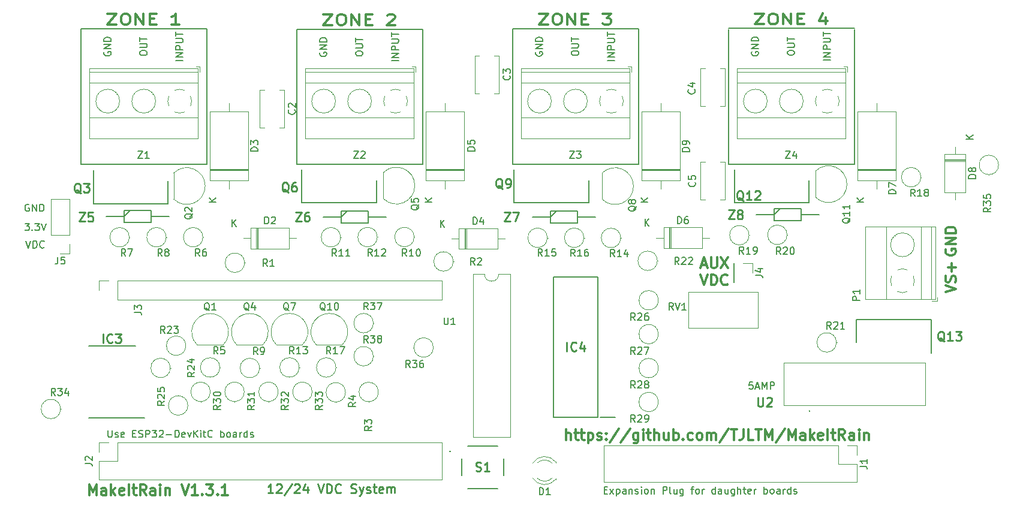
<source format=gbr>
%TF.GenerationSoftware,KiCad,Pcbnew,(6.0.0)*%
%TF.CreationDate,2023-01-04T20:07:59-08:00*%
%TF.ProjectId,MakeItRain,4d616b65-4974-4526-9169-6e2e6b696361,rev?*%
%TF.SameCoordinates,Original*%
%TF.FileFunction,Legend,Top*%
%TF.FilePolarity,Positive*%
%FSLAX46Y46*%
G04 Gerber Fmt 4.6, Leading zero omitted, Abs format (unit mm)*
G04 Created by KiCad (PCBNEW (6.0.0)) date 2023-01-04 20:07:59*
%MOMM*%
%LPD*%
G01*
G04 APERTURE LIST*
%ADD10C,0.150000*%
%ADD11C,0.300000*%
%ADD12C,0.254000*%
%ADD13C,0.200000*%
%ADD14C,0.120000*%
%ADD15C,0.100000*%
G04 APERTURE END LIST*
D10*
X79897030Y-60851504D02*
X62117030Y-60851504D01*
X92585999Y-60929986D02*
X92585999Y-79979986D01*
X110365999Y-79979986D02*
X110365999Y-60929986D01*
X110365765Y-60919674D02*
X92585765Y-60919674D01*
X123065999Y-60929986D02*
X123065999Y-79979986D01*
X140845999Y-79979986D02*
X140845999Y-60929986D01*
X140850803Y-60857432D02*
X123070803Y-60857432D01*
X171325999Y-79979986D02*
X171325999Y-60929986D01*
X171322601Y-60821866D02*
X153542601Y-60821866D01*
X153545999Y-60929986D02*
X153545999Y-79979986D01*
X92585999Y-79979986D02*
X110365999Y-79979986D01*
X123065999Y-79979986D02*
X140845999Y-79979986D01*
X153545999Y-79979986D02*
X171325999Y-79979986D01*
X62105999Y-79979986D02*
X79885999Y-79979986D01*
X79885999Y-79979986D02*
X79885999Y-60929986D01*
X62105999Y-60929986D02*
X62105999Y-79979986D01*
X76539410Y-65320075D02*
X75539410Y-65320075D01*
X76539410Y-64843884D02*
X75539410Y-64843884D01*
X76539410Y-64272456D01*
X75539410Y-64272456D01*
X76539410Y-63796265D02*
X75539410Y-63796265D01*
X75539410Y-63415313D01*
X75587030Y-63320075D01*
X75634649Y-63272456D01*
X75729887Y-63224837D01*
X75872744Y-63224837D01*
X75967982Y-63272456D01*
X76015601Y-63320075D01*
X76063220Y-63415313D01*
X76063220Y-63796265D01*
X75539410Y-62796265D02*
X76348934Y-62796265D01*
X76444172Y-62748646D01*
X76491791Y-62701027D01*
X76539410Y-62605789D01*
X76539410Y-62415313D01*
X76491791Y-62320075D01*
X76444172Y-62272456D01*
X76348934Y-62224837D01*
X75539410Y-62224837D01*
X75539410Y-61891504D02*
X75539410Y-61320075D01*
X76539410Y-61605789D02*
X75539410Y-61605789D01*
X107008145Y-65388245D02*
X106008145Y-65388245D01*
X107008145Y-64912054D02*
X106008145Y-64912054D01*
X107008145Y-64340626D01*
X106008145Y-64340626D01*
X107008145Y-63864435D02*
X106008145Y-63864435D01*
X106008145Y-63483483D01*
X106055765Y-63388245D01*
X106103384Y-63340626D01*
X106198622Y-63293007D01*
X106341479Y-63293007D01*
X106436717Y-63340626D01*
X106484336Y-63388245D01*
X106531955Y-63483483D01*
X106531955Y-63864435D01*
X106008145Y-62864435D02*
X106817669Y-62864435D01*
X106912907Y-62816816D01*
X106960526Y-62769197D01*
X107008145Y-62673959D01*
X107008145Y-62483483D01*
X106960526Y-62388245D01*
X106912907Y-62340626D01*
X106817669Y-62293007D01*
X106008145Y-62293007D01*
X106008145Y-61959674D02*
X106008145Y-61388245D01*
X107008145Y-61673959D02*
X106008145Y-61673959D01*
X100928145Y-64459674D02*
X100928145Y-64269197D01*
X100975765Y-64173959D01*
X101071003Y-64078721D01*
X101261479Y-64031102D01*
X101594812Y-64031102D01*
X101785288Y-64078721D01*
X101880526Y-64173959D01*
X101928145Y-64269197D01*
X101928145Y-64459674D01*
X101880526Y-64554912D01*
X101785288Y-64650150D01*
X101594812Y-64697769D01*
X101261479Y-64697769D01*
X101071003Y-64650150D01*
X100975765Y-64554912D01*
X100928145Y-64459674D01*
X100928145Y-63602531D02*
X101737669Y-63602531D01*
X101832907Y-63554912D01*
X101880526Y-63507293D01*
X101928145Y-63412054D01*
X101928145Y-63221578D01*
X101880526Y-63126340D01*
X101832907Y-63078721D01*
X101737669Y-63031102D01*
X100928145Y-63031102D01*
X100928145Y-62697769D02*
X100928145Y-62126340D01*
X101928145Y-62412054D02*
X100928145Y-62412054D01*
X95895765Y-64221578D02*
X95848145Y-64316816D01*
X95848145Y-64459674D01*
X95895765Y-64602531D01*
X95991003Y-64697769D01*
X96086241Y-64745388D01*
X96276717Y-64793007D01*
X96419574Y-64793007D01*
X96610050Y-64745388D01*
X96705288Y-64697769D01*
X96800526Y-64602531D01*
X96848145Y-64459674D01*
X96848145Y-64364435D01*
X96800526Y-64221578D01*
X96752907Y-64173959D01*
X96419574Y-64173959D01*
X96419574Y-64364435D01*
X96848145Y-63745388D02*
X95848145Y-63745388D01*
X96848145Y-63173959D01*
X95848145Y-63173959D01*
X96848145Y-62697769D02*
X95848145Y-62697769D01*
X95848145Y-62459674D01*
X95895765Y-62316816D01*
X95991003Y-62221578D01*
X96086241Y-62173959D01*
X96276717Y-62126340D01*
X96419574Y-62126340D01*
X96610050Y-62173959D01*
X96705288Y-62221578D01*
X96800526Y-62316816D01*
X96848145Y-62459674D01*
X96848145Y-62697769D01*
X126380803Y-64159336D02*
X126333183Y-64254574D01*
X126333183Y-64397432D01*
X126380803Y-64540289D01*
X126476041Y-64635527D01*
X126571279Y-64683146D01*
X126761755Y-64730765D01*
X126904612Y-64730765D01*
X127095088Y-64683146D01*
X127190326Y-64635527D01*
X127285564Y-64540289D01*
X127333183Y-64397432D01*
X127333183Y-64302193D01*
X127285564Y-64159336D01*
X127237945Y-64111717D01*
X126904612Y-64111717D01*
X126904612Y-64302193D01*
X127333183Y-63683146D02*
X126333183Y-63683146D01*
X127333183Y-63111717D01*
X126333183Y-63111717D01*
X127333183Y-62635527D02*
X126333183Y-62635527D01*
X126333183Y-62397432D01*
X126380803Y-62254574D01*
X126476041Y-62159336D01*
X126571279Y-62111717D01*
X126761755Y-62064098D01*
X126904612Y-62064098D01*
X127095088Y-62111717D01*
X127190326Y-62159336D01*
X127285564Y-62254574D01*
X127333183Y-62397432D01*
X127333183Y-62635527D01*
X137493183Y-65326003D02*
X136493183Y-65326003D01*
X137493183Y-64849812D02*
X136493183Y-64849812D01*
X137493183Y-64278384D01*
X136493183Y-64278384D01*
X137493183Y-63802193D02*
X136493183Y-63802193D01*
X136493183Y-63421241D01*
X136540803Y-63326003D01*
X136588422Y-63278384D01*
X136683660Y-63230765D01*
X136826517Y-63230765D01*
X136921755Y-63278384D01*
X136969374Y-63326003D01*
X137016993Y-63421241D01*
X137016993Y-63802193D01*
X136493183Y-62802193D02*
X137302707Y-62802193D01*
X137397945Y-62754574D01*
X137445564Y-62706955D01*
X137493183Y-62611717D01*
X137493183Y-62421241D01*
X137445564Y-62326003D01*
X137397945Y-62278384D01*
X137302707Y-62230765D01*
X136493183Y-62230765D01*
X136493183Y-61897432D02*
X136493183Y-61326003D01*
X137493183Y-61611717D02*
X136493183Y-61611717D01*
X131413183Y-64397432D02*
X131413183Y-64206955D01*
X131460803Y-64111717D01*
X131556041Y-64016479D01*
X131746517Y-63968860D01*
X132079850Y-63968860D01*
X132270326Y-64016479D01*
X132365564Y-64111717D01*
X132413183Y-64206955D01*
X132413183Y-64397432D01*
X132365564Y-64492670D01*
X132270326Y-64587908D01*
X132079850Y-64635527D01*
X131746517Y-64635527D01*
X131556041Y-64587908D01*
X131460803Y-64492670D01*
X131413183Y-64397432D01*
X131413183Y-63540289D02*
X132222707Y-63540289D01*
X132317945Y-63492670D01*
X132365564Y-63445051D01*
X132413183Y-63349812D01*
X132413183Y-63159336D01*
X132365564Y-63064098D01*
X132317945Y-63016479D01*
X132222707Y-62968860D01*
X131413183Y-62968860D01*
X131413183Y-62635527D02*
X131413183Y-62064098D01*
X132413183Y-62349812D02*
X131413183Y-62349812D01*
X156852601Y-64123770D02*
X156804981Y-64219008D01*
X156804981Y-64361866D01*
X156852601Y-64504723D01*
X156947839Y-64599961D01*
X157043077Y-64647580D01*
X157233553Y-64695199D01*
X157376410Y-64695199D01*
X157566886Y-64647580D01*
X157662124Y-64599961D01*
X157757362Y-64504723D01*
X157804981Y-64361866D01*
X157804981Y-64266627D01*
X157757362Y-64123770D01*
X157709743Y-64076151D01*
X157376410Y-64076151D01*
X157376410Y-64266627D01*
X157804981Y-63647580D02*
X156804981Y-63647580D01*
X157804981Y-63076151D01*
X156804981Y-63076151D01*
X157804981Y-62599961D02*
X156804981Y-62599961D01*
X156804981Y-62361866D01*
X156852601Y-62219008D01*
X156947839Y-62123770D01*
X157043077Y-62076151D01*
X157233553Y-62028532D01*
X157376410Y-62028532D01*
X157566886Y-62076151D01*
X157662124Y-62123770D01*
X157757362Y-62219008D01*
X157804981Y-62361866D01*
X157804981Y-62599961D01*
X161884981Y-64361866D02*
X161884981Y-64171389D01*
X161932601Y-64076151D01*
X162027839Y-63980913D01*
X162218315Y-63933294D01*
X162551648Y-63933294D01*
X162742124Y-63980913D01*
X162837362Y-64076151D01*
X162884981Y-64171389D01*
X162884981Y-64361866D01*
X162837362Y-64457104D01*
X162742124Y-64552342D01*
X162551648Y-64599961D01*
X162218315Y-64599961D01*
X162027839Y-64552342D01*
X161932601Y-64457104D01*
X161884981Y-64361866D01*
X161884981Y-63504723D02*
X162694505Y-63504723D01*
X162789743Y-63457104D01*
X162837362Y-63409485D01*
X162884981Y-63314246D01*
X162884981Y-63123770D01*
X162837362Y-63028532D01*
X162789743Y-62980913D01*
X162694505Y-62933294D01*
X161884981Y-62933294D01*
X161884981Y-62599961D02*
X161884981Y-62028532D01*
X162884981Y-62314246D02*
X161884981Y-62314246D01*
X167964981Y-65290437D02*
X166964981Y-65290437D01*
X167964981Y-64814246D02*
X166964981Y-64814246D01*
X167964981Y-64242818D01*
X166964981Y-64242818D01*
X167964981Y-63766627D02*
X166964981Y-63766627D01*
X166964981Y-63385675D01*
X167012601Y-63290437D01*
X167060220Y-63242818D01*
X167155458Y-63195199D01*
X167298315Y-63195199D01*
X167393553Y-63242818D01*
X167441172Y-63290437D01*
X167488791Y-63385675D01*
X167488791Y-63766627D01*
X166964981Y-62766627D02*
X167774505Y-62766627D01*
X167869743Y-62719008D01*
X167917362Y-62671389D01*
X167964981Y-62576151D01*
X167964981Y-62385675D01*
X167917362Y-62290437D01*
X167869743Y-62242818D01*
X167774505Y-62195199D01*
X166964981Y-62195199D01*
X166964981Y-61861866D02*
X166964981Y-61290437D01*
X167964981Y-61576151D02*
X166964981Y-61576151D01*
D11*
X96350407Y-58828245D02*
X97620407Y-58828245D01*
X96350407Y-60328245D01*
X97620407Y-60328245D01*
X98708979Y-58828245D02*
X99071836Y-58828245D01*
X99253265Y-58899674D01*
X99434693Y-59042531D01*
X99525407Y-59328245D01*
X99525407Y-59828245D01*
X99434693Y-60113959D01*
X99253265Y-60256816D01*
X99071836Y-60328245D01*
X98708979Y-60328245D01*
X98527550Y-60256816D01*
X98346122Y-60113959D01*
X98255407Y-59828245D01*
X98255407Y-59328245D01*
X98346122Y-59042531D01*
X98527550Y-58899674D01*
X98708979Y-58828245D01*
X100341836Y-60328245D02*
X100341836Y-58828245D01*
X101430407Y-60328245D01*
X101430407Y-58828245D01*
X102337550Y-59542531D02*
X102972550Y-59542531D01*
X103244693Y-60328245D02*
X102337550Y-60328245D01*
X102337550Y-58828245D01*
X103244693Y-58828245D01*
X105421836Y-58971102D02*
X105512550Y-58899674D01*
X105693979Y-58828245D01*
X106147550Y-58828245D01*
X106328979Y-58899674D01*
X106419693Y-58971102D01*
X106510407Y-59113959D01*
X106510407Y-59256816D01*
X106419693Y-59471102D01*
X105331122Y-60328245D01*
X106510407Y-60328245D01*
X126835445Y-58766003D02*
X128105445Y-58766003D01*
X126835445Y-60266003D01*
X128105445Y-60266003D01*
X129194017Y-58766003D02*
X129556874Y-58766003D01*
X129738303Y-58837432D01*
X129919731Y-58980289D01*
X130010445Y-59266003D01*
X130010445Y-59766003D01*
X129919731Y-60051717D01*
X129738303Y-60194574D01*
X129556874Y-60266003D01*
X129194017Y-60266003D01*
X129012588Y-60194574D01*
X128831160Y-60051717D01*
X128740445Y-59766003D01*
X128740445Y-59266003D01*
X128831160Y-58980289D01*
X129012588Y-58837432D01*
X129194017Y-58766003D01*
X130826874Y-60266003D02*
X130826874Y-58766003D01*
X131915445Y-60266003D01*
X131915445Y-58766003D01*
X132822588Y-59480289D02*
X133457588Y-59480289D01*
X133729731Y-60266003D02*
X132822588Y-60266003D01*
X132822588Y-58766003D01*
X133729731Y-58766003D01*
X135816160Y-58766003D02*
X136995445Y-58766003D01*
X136360445Y-59337432D01*
X136632588Y-59337432D01*
X136814017Y-59408860D01*
X136904731Y-59480289D01*
X136995445Y-59623146D01*
X136995445Y-59980289D01*
X136904731Y-60123146D01*
X136814017Y-60194574D01*
X136632588Y-60266003D01*
X136088303Y-60266003D01*
X135906874Y-60194574D01*
X135816160Y-60123146D01*
X157307243Y-58730437D02*
X158577243Y-58730437D01*
X157307243Y-60230437D01*
X158577243Y-60230437D01*
X159665815Y-58730437D02*
X160028672Y-58730437D01*
X160210101Y-58801866D01*
X160391529Y-58944723D01*
X160482243Y-59230437D01*
X160482243Y-59730437D01*
X160391529Y-60016151D01*
X160210101Y-60159008D01*
X160028672Y-60230437D01*
X159665815Y-60230437D01*
X159484386Y-60159008D01*
X159302958Y-60016151D01*
X159212243Y-59730437D01*
X159212243Y-59230437D01*
X159302958Y-58944723D01*
X159484386Y-58801866D01*
X159665815Y-58730437D01*
X161298672Y-60230437D02*
X161298672Y-58730437D01*
X162387243Y-60230437D01*
X162387243Y-58730437D01*
X163294386Y-59444723D02*
X163929386Y-59444723D01*
X164201529Y-60230437D02*
X163294386Y-60230437D01*
X163294386Y-58730437D01*
X164201529Y-58730437D01*
X167285815Y-59230437D02*
X167285815Y-60230437D01*
X166832243Y-58659008D02*
X166378672Y-59730437D01*
X167557958Y-59730437D01*
X184184369Y-98081430D02*
X185684369Y-97581430D01*
X184184369Y-97081430D01*
X185612940Y-96652858D02*
X185684369Y-96438573D01*
X185684369Y-96081430D01*
X185612940Y-95938573D01*
X185541512Y-95867144D01*
X185398655Y-95795715D01*
X185255798Y-95795715D01*
X185112940Y-95867144D01*
X185041512Y-95938573D01*
X184970083Y-96081430D01*
X184898655Y-96367144D01*
X184827226Y-96510001D01*
X184755798Y-96581430D01*
X184612940Y-96652858D01*
X184470083Y-96652858D01*
X184327226Y-96581430D01*
X184255798Y-96510001D01*
X184184369Y-96367144D01*
X184184369Y-96010001D01*
X184255798Y-95795715D01*
X185112940Y-95152858D02*
X185112940Y-94010001D01*
X185684369Y-94581430D02*
X184541512Y-94581430D01*
D10*
X156998147Y-110759414D02*
X156521956Y-110759414D01*
X156474337Y-111235605D01*
X156521956Y-111187986D01*
X156617194Y-111140367D01*
X156855290Y-111140367D01*
X156950528Y-111187986D01*
X156998147Y-111235605D01*
X157045766Y-111330843D01*
X157045766Y-111568938D01*
X156998147Y-111664176D01*
X156950528Y-111711795D01*
X156855290Y-111759414D01*
X156617194Y-111759414D01*
X156521956Y-111711795D01*
X156474337Y-111664176D01*
X157426718Y-111473700D02*
X157902909Y-111473700D01*
X157331480Y-111759414D02*
X157664813Y-110759414D01*
X157998147Y-111759414D01*
X158331480Y-111759414D02*
X158331480Y-110759414D01*
X158664813Y-111473700D01*
X158998147Y-110759414D01*
X158998147Y-111759414D01*
X159474337Y-111759414D02*
X159474337Y-110759414D01*
X159855290Y-110759414D01*
X159950528Y-110807034D01*
X159998147Y-110854653D01*
X160045766Y-110949891D01*
X160045766Y-111092748D01*
X159998147Y-111187986D01*
X159950528Y-111235605D01*
X159855290Y-111283224D01*
X159474337Y-111283224D01*
X65961904Y-117562380D02*
X65961904Y-118371904D01*
X66009523Y-118467142D01*
X66057142Y-118514761D01*
X66152380Y-118562380D01*
X66342857Y-118562380D01*
X66438095Y-118514761D01*
X66485714Y-118467142D01*
X66533333Y-118371904D01*
X66533333Y-117562380D01*
X66961904Y-118514761D02*
X67057142Y-118562380D01*
X67247619Y-118562380D01*
X67342857Y-118514761D01*
X67390476Y-118419523D01*
X67390476Y-118371904D01*
X67342857Y-118276666D01*
X67247619Y-118229047D01*
X67104761Y-118229047D01*
X67009523Y-118181428D01*
X66961904Y-118086190D01*
X66961904Y-118038571D01*
X67009523Y-117943333D01*
X67104761Y-117895714D01*
X67247619Y-117895714D01*
X67342857Y-117943333D01*
X68200000Y-118514761D02*
X68104761Y-118562380D01*
X67914285Y-118562380D01*
X67819047Y-118514761D01*
X67771428Y-118419523D01*
X67771428Y-118038571D01*
X67819047Y-117943333D01*
X67914285Y-117895714D01*
X68104761Y-117895714D01*
X68200000Y-117943333D01*
X68247619Y-118038571D01*
X68247619Y-118133809D01*
X67771428Y-118229047D01*
X69438095Y-118038571D02*
X69771428Y-118038571D01*
X69914285Y-118562380D02*
X69438095Y-118562380D01*
X69438095Y-117562380D01*
X69914285Y-117562380D01*
X70295238Y-118514761D02*
X70438095Y-118562380D01*
X70676190Y-118562380D01*
X70771428Y-118514761D01*
X70819047Y-118467142D01*
X70866666Y-118371904D01*
X70866666Y-118276666D01*
X70819047Y-118181428D01*
X70771428Y-118133809D01*
X70676190Y-118086190D01*
X70485714Y-118038571D01*
X70390476Y-117990952D01*
X70342857Y-117943333D01*
X70295238Y-117848095D01*
X70295238Y-117752857D01*
X70342857Y-117657619D01*
X70390476Y-117610000D01*
X70485714Y-117562380D01*
X70723809Y-117562380D01*
X70866666Y-117610000D01*
X71295238Y-118562380D02*
X71295238Y-117562380D01*
X71676190Y-117562380D01*
X71771428Y-117610000D01*
X71819047Y-117657619D01*
X71866666Y-117752857D01*
X71866666Y-117895714D01*
X71819047Y-117990952D01*
X71771428Y-118038571D01*
X71676190Y-118086190D01*
X71295238Y-118086190D01*
X72200000Y-117562380D02*
X72819047Y-117562380D01*
X72485714Y-117943333D01*
X72628571Y-117943333D01*
X72723809Y-117990952D01*
X72771428Y-118038571D01*
X72819047Y-118133809D01*
X72819047Y-118371904D01*
X72771428Y-118467142D01*
X72723809Y-118514761D01*
X72628571Y-118562380D01*
X72342857Y-118562380D01*
X72247619Y-118514761D01*
X72200000Y-118467142D01*
X73200000Y-117657619D02*
X73247619Y-117610000D01*
X73342857Y-117562380D01*
X73580952Y-117562380D01*
X73676190Y-117610000D01*
X73723809Y-117657619D01*
X73771428Y-117752857D01*
X73771428Y-117848095D01*
X73723809Y-117990952D01*
X73152380Y-118562380D01*
X73771428Y-118562380D01*
X74200000Y-118181428D02*
X74961904Y-118181428D01*
X75438095Y-118562380D02*
X75438095Y-117562380D01*
X75676190Y-117562380D01*
X75819047Y-117610000D01*
X75914285Y-117705238D01*
X75961904Y-117800476D01*
X76009523Y-117990952D01*
X76009523Y-118133809D01*
X75961904Y-118324285D01*
X75914285Y-118419523D01*
X75819047Y-118514761D01*
X75676190Y-118562380D01*
X75438095Y-118562380D01*
X76819047Y-118514761D02*
X76723809Y-118562380D01*
X76533333Y-118562380D01*
X76438095Y-118514761D01*
X76390476Y-118419523D01*
X76390476Y-118038571D01*
X76438095Y-117943333D01*
X76533333Y-117895714D01*
X76723809Y-117895714D01*
X76819047Y-117943333D01*
X76866666Y-118038571D01*
X76866666Y-118133809D01*
X76390476Y-118229047D01*
X77200000Y-117895714D02*
X77438095Y-118562380D01*
X77676190Y-117895714D01*
X78057142Y-118562380D02*
X78057142Y-117562380D01*
X78628571Y-118562380D02*
X78200000Y-117990952D01*
X78628571Y-117562380D02*
X78057142Y-118133809D01*
X79057142Y-118562380D02*
X79057142Y-117895714D01*
X79057142Y-117562380D02*
X79009523Y-117610000D01*
X79057142Y-117657619D01*
X79104761Y-117610000D01*
X79057142Y-117562380D01*
X79057142Y-117657619D01*
X79390476Y-117895714D02*
X79771428Y-117895714D01*
X79533333Y-117562380D02*
X79533333Y-118419523D01*
X79580952Y-118514761D01*
X79676190Y-118562380D01*
X79771428Y-118562380D01*
X80676190Y-118467142D02*
X80628571Y-118514761D01*
X80485714Y-118562380D01*
X80390476Y-118562380D01*
X80247619Y-118514761D01*
X80152380Y-118419523D01*
X80104761Y-118324285D01*
X80057142Y-118133809D01*
X80057142Y-117990952D01*
X80104761Y-117800476D01*
X80152380Y-117705238D01*
X80247619Y-117610000D01*
X80390476Y-117562380D01*
X80485714Y-117562380D01*
X80628571Y-117610000D01*
X80676190Y-117657619D01*
X81866666Y-118562380D02*
X81866666Y-117562380D01*
X81866666Y-117943333D02*
X81961904Y-117895714D01*
X82152380Y-117895714D01*
X82247619Y-117943333D01*
X82295238Y-117990952D01*
X82342857Y-118086190D01*
X82342857Y-118371904D01*
X82295238Y-118467142D01*
X82247619Y-118514761D01*
X82152380Y-118562380D01*
X81961904Y-118562380D01*
X81866666Y-118514761D01*
X82914285Y-118562380D02*
X82819047Y-118514761D01*
X82771428Y-118467142D01*
X82723809Y-118371904D01*
X82723809Y-118086190D01*
X82771428Y-117990952D01*
X82819047Y-117943333D01*
X82914285Y-117895714D01*
X83057142Y-117895714D01*
X83152380Y-117943333D01*
X83200000Y-117990952D01*
X83247619Y-118086190D01*
X83247619Y-118371904D01*
X83200000Y-118467142D01*
X83152380Y-118514761D01*
X83057142Y-118562380D01*
X82914285Y-118562380D01*
X84104761Y-118562380D02*
X84104761Y-118038571D01*
X84057142Y-117943333D01*
X83961904Y-117895714D01*
X83771428Y-117895714D01*
X83676190Y-117943333D01*
X84104761Y-118514761D02*
X84009523Y-118562380D01*
X83771428Y-118562380D01*
X83676190Y-118514761D01*
X83628571Y-118419523D01*
X83628571Y-118324285D01*
X83676190Y-118229047D01*
X83771428Y-118181428D01*
X84009523Y-118181428D01*
X84104761Y-118133809D01*
X84580952Y-118562380D02*
X84580952Y-117895714D01*
X84580952Y-118086190D02*
X84628571Y-117990952D01*
X84676190Y-117943333D01*
X84771428Y-117895714D01*
X84866666Y-117895714D01*
X85628571Y-118562380D02*
X85628571Y-117562380D01*
X85628571Y-118514761D02*
X85533333Y-118562380D01*
X85342857Y-118562380D01*
X85247619Y-118514761D01*
X85200000Y-118467142D01*
X85152380Y-118371904D01*
X85152380Y-118086190D01*
X85200000Y-117990952D01*
X85247619Y-117943333D01*
X85342857Y-117895714D01*
X85533333Y-117895714D01*
X85628571Y-117943333D01*
X86057142Y-118514761D02*
X86152380Y-118562380D01*
X86342857Y-118562380D01*
X86438095Y-118514761D01*
X86485714Y-118419523D01*
X86485714Y-118371904D01*
X86438095Y-118276666D01*
X86342857Y-118229047D01*
X86199999Y-118229047D01*
X86104761Y-118181428D01*
X86057142Y-118086190D01*
X86057142Y-118038571D01*
X86104761Y-117943333D01*
X86199999Y-117895714D01*
X86342857Y-117895714D01*
X86438095Y-117943333D01*
D12*
X89261761Y-126428125D02*
X88536046Y-126428125D01*
X88898903Y-126428125D02*
X88898903Y-125158125D01*
X88777951Y-125339554D01*
X88656999Y-125460506D01*
X88536046Y-125520982D01*
X89745570Y-125279078D02*
X89806046Y-125218602D01*
X89926999Y-125158125D01*
X90229380Y-125158125D01*
X90350332Y-125218602D01*
X90410808Y-125279078D01*
X90471284Y-125400030D01*
X90471284Y-125520982D01*
X90410808Y-125702411D01*
X89685094Y-126428125D01*
X90471284Y-126428125D01*
X91922713Y-125097649D02*
X90834141Y-126730506D01*
X92285570Y-125279078D02*
X92346046Y-125218602D01*
X92466999Y-125158125D01*
X92769380Y-125158125D01*
X92890332Y-125218602D01*
X92950808Y-125279078D01*
X93011284Y-125400030D01*
X93011284Y-125520982D01*
X92950808Y-125702411D01*
X92225094Y-126428125D01*
X93011284Y-126428125D01*
X94099856Y-125581459D02*
X94099856Y-126428125D01*
X93797475Y-125097649D02*
X93495094Y-126004792D01*
X94281284Y-126004792D01*
X95551284Y-125158125D02*
X95974618Y-126428125D01*
X96397951Y-125158125D01*
X96821284Y-126428125D02*
X96821284Y-125158125D01*
X97123665Y-125158125D01*
X97305094Y-125218602D01*
X97426046Y-125339554D01*
X97486522Y-125460506D01*
X97546999Y-125702411D01*
X97546999Y-125883840D01*
X97486522Y-126125744D01*
X97426046Y-126246697D01*
X97305094Y-126367649D01*
X97123665Y-126428125D01*
X96821284Y-126428125D01*
X98816999Y-126307173D02*
X98756522Y-126367649D01*
X98575094Y-126428125D01*
X98454141Y-126428125D01*
X98272713Y-126367649D01*
X98151761Y-126246697D01*
X98091284Y-126125744D01*
X98030808Y-125883840D01*
X98030808Y-125702411D01*
X98091284Y-125460506D01*
X98151761Y-125339554D01*
X98272713Y-125218602D01*
X98454141Y-125158125D01*
X98575094Y-125158125D01*
X98756522Y-125218602D01*
X98816999Y-125279078D01*
X100268427Y-126367649D02*
X100449856Y-126428125D01*
X100752237Y-126428125D01*
X100873189Y-126367649D01*
X100933665Y-126307173D01*
X100994141Y-126186221D01*
X100994141Y-126065268D01*
X100933665Y-125944316D01*
X100873189Y-125883840D01*
X100752237Y-125823363D01*
X100510332Y-125762887D01*
X100389380Y-125702411D01*
X100328903Y-125641935D01*
X100268427Y-125520982D01*
X100268427Y-125400030D01*
X100328903Y-125279078D01*
X100389380Y-125218602D01*
X100510332Y-125158125D01*
X100812713Y-125158125D01*
X100994141Y-125218602D01*
X101417475Y-125581459D02*
X101719856Y-126428125D01*
X102022237Y-125581459D02*
X101719856Y-126428125D01*
X101598903Y-126730506D01*
X101538427Y-126790982D01*
X101417475Y-126851459D01*
X102445570Y-126367649D02*
X102566522Y-126428125D01*
X102808427Y-126428125D01*
X102929380Y-126367649D01*
X102989856Y-126246697D01*
X102989856Y-126186221D01*
X102929380Y-126065268D01*
X102808427Y-126004792D01*
X102626999Y-126004792D01*
X102506046Y-125944316D01*
X102445570Y-125823363D01*
X102445570Y-125762887D01*
X102506046Y-125641935D01*
X102626999Y-125581459D01*
X102808427Y-125581459D01*
X102929380Y-125641935D01*
X103352713Y-125581459D02*
X103836522Y-125581459D01*
X103534141Y-125158125D02*
X103534141Y-126246697D01*
X103594618Y-126367649D01*
X103715570Y-126428125D01*
X103836522Y-126428125D01*
X104743665Y-126367649D02*
X104622713Y-126428125D01*
X104380808Y-126428125D01*
X104259856Y-126367649D01*
X104199380Y-126246697D01*
X104199380Y-125762887D01*
X104259856Y-125641935D01*
X104380808Y-125581459D01*
X104622713Y-125581459D01*
X104743665Y-125641935D01*
X104804141Y-125762887D01*
X104804141Y-125883840D01*
X104199380Y-126004792D01*
X105348427Y-126428125D02*
X105348427Y-125581459D01*
X105348427Y-125702411D02*
X105408903Y-125641935D01*
X105529856Y-125581459D01*
X105711284Y-125581459D01*
X105832237Y-125641935D01*
X105892713Y-125762887D01*
X105892713Y-126428125D01*
X105892713Y-125762887D02*
X105953189Y-125641935D01*
X106074141Y-125581459D01*
X106255570Y-125581459D01*
X106376522Y-125641935D01*
X106436999Y-125762887D01*
X106436999Y-126428125D01*
D11*
X130658430Y-118918396D02*
X130658430Y-117418396D01*
X131301287Y-118918396D02*
X131301287Y-118132682D01*
X131229858Y-117989825D01*
X131087001Y-117918396D01*
X130872715Y-117918396D01*
X130729858Y-117989825D01*
X130658430Y-118061253D01*
X131801287Y-117918396D02*
X132372715Y-117918396D01*
X132015573Y-117418396D02*
X132015573Y-118704110D01*
X132087001Y-118846967D01*
X132229858Y-118918396D01*
X132372715Y-118918396D01*
X132658430Y-117918396D02*
X133229858Y-117918396D01*
X132872715Y-117418396D02*
X132872715Y-118704110D01*
X132944144Y-118846967D01*
X133087001Y-118918396D01*
X133229858Y-118918396D01*
X133729858Y-117918396D02*
X133729858Y-119418396D01*
X133729858Y-117989825D02*
X133872715Y-117918396D01*
X134158430Y-117918396D01*
X134301287Y-117989825D01*
X134372715Y-118061253D01*
X134444144Y-118204110D01*
X134444144Y-118632682D01*
X134372715Y-118775539D01*
X134301287Y-118846967D01*
X134158430Y-118918396D01*
X133872715Y-118918396D01*
X133729858Y-118846967D01*
X135015573Y-118846967D02*
X135158430Y-118918396D01*
X135444144Y-118918396D01*
X135587001Y-118846967D01*
X135658430Y-118704110D01*
X135658430Y-118632682D01*
X135587001Y-118489825D01*
X135444144Y-118418396D01*
X135229858Y-118418396D01*
X135087001Y-118346967D01*
X135015573Y-118204110D01*
X135015573Y-118132682D01*
X135087001Y-117989825D01*
X135229858Y-117918396D01*
X135444144Y-117918396D01*
X135587001Y-117989825D01*
X136301287Y-118775539D02*
X136372715Y-118846967D01*
X136301287Y-118918396D01*
X136229858Y-118846967D01*
X136301287Y-118775539D01*
X136301287Y-118918396D01*
X136301287Y-117989825D02*
X136372715Y-118061253D01*
X136301287Y-118132682D01*
X136229858Y-118061253D01*
X136301287Y-117989825D01*
X136301287Y-118132682D01*
X138087001Y-117346967D02*
X136801287Y-119275539D01*
X139658430Y-117346967D02*
X138372715Y-119275539D01*
X140801287Y-117918396D02*
X140801287Y-119132682D01*
X140729858Y-119275539D01*
X140658430Y-119346967D01*
X140515573Y-119418396D01*
X140301287Y-119418396D01*
X140158430Y-119346967D01*
X140801287Y-118846967D02*
X140658430Y-118918396D01*
X140372715Y-118918396D01*
X140229858Y-118846967D01*
X140158430Y-118775539D01*
X140087001Y-118632682D01*
X140087001Y-118204110D01*
X140158430Y-118061253D01*
X140229858Y-117989825D01*
X140372715Y-117918396D01*
X140658430Y-117918396D01*
X140801287Y-117989825D01*
X141515573Y-118918396D02*
X141515573Y-117918396D01*
X141515573Y-117418396D02*
X141444144Y-117489825D01*
X141515573Y-117561253D01*
X141587001Y-117489825D01*
X141515573Y-117418396D01*
X141515573Y-117561253D01*
X142015573Y-117918396D02*
X142587001Y-117918396D01*
X142229858Y-117418396D02*
X142229858Y-118704110D01*
X142301287Y-118846967D01*
X142444144Y-118918396D01*
X142587001Y-118918396D01*
X143087001Y-118918396D02*
X143087001Y-117418396D01*
X143729858Y-118918396D02*
X143729858Y-118132682D01*
X143658430Y-117989825D01*
X143515573Y-117918396D01*
X143301287Y-117918396D01*
X143158430Y-117989825D01*
X143087001Y-118061253D01*
X145087001Y-117918396D02*
X145087001Y-118918396D01*
X144444144Y-117918396D02*
X144444144Y-118704110D01*
X144515573Y-118846967D01*
X144658430Y-118918396D01*
X144872715Y-118918396D01*
X145015573Y-118846967D01*
X145087001Y-118775539D01*
X145801287Y-118918396D02*
X145801287Y-117418396D01*
X145801287Y-117989825D02*
X145944144Y-117918396D01*
X146229858Y-117918396D01*
X146372715Y-117989825D01*
X146444144Y-118061253D01*
X146515573Y-118204110D01*
X146515573Y-118632682D01*
X146444144Y-118775539D01*
X146372715Y-118846967D01*
X146229858Y-118918396D01*
X145944144Y-118918396D01*
X145801287Y-118846967D01*
X147158430Y-118775539D02*
X147229858Y-118846967D01*
X147158430Y-118918396D01*
X147087001Y-118846967D01*
X147158430Y-118775539D01*
X147158430Y-118918396D01*
X148515573Y-118846967D02*
X148372715Y-118918396D01*
X148087001Y-118918396D01*
X147944144Y-118846967D01*
X147872715Y-118775539D01*
X147801287Y-118632682D01*
X147801287Y-118204110D01*
X147872715Y-118061253D01*
X147944144Y-117989825D01*
X148087001Y-117918396D01*
X148372715Y-117918396D01*
X148515573Y-117989825D01*
X149372715Y-118918396D02*
X149229858Y-118846967D01*
X149158430Y-118775539D01*
X149087001Y-118632682D01*
X149087001Y-118204110D01*
X149158430Y-118061253D01*
X149229858Y-117989825D01*
X149372715Y-117918396D01*
X149587001Y-117918396D01*
X149729858Y-117989825D01*
X149801287Y-118061253D01*
X149872715Y-118204110D01*
X149872715Y-118632682D01*
X149801287Y-118775539D01*
X149729858Y-118846967D01*
X149587001Y-118918396D01*
X149372715Y-118918396D01*
X150515573Y-118918396D02*
X150515573Y-117918396D01*
X150515573Y-118061253D02*
X150587001Y-117989825D01*
X150729858Y-117918396D01*
X150944144Y-117918396D01*
X151087001Y-117989825D01*
X151158430Y-118132682D01*
X151158430Y-118918396D01*
X151158430Y-118132682D02*
X151229858Y-117989825D01*
X151372715Y-117918396D01*
X151587001Y-117918396D01*
X151729858Y-117989825D01*
X151801287Y-118132682D01*
X151801287Y-118918396D01*
X153587001Y-117346967D02*
X152301287Y-119275539D01*
X153872715Y-117418396D02*
X154729858Y-117418396D01*
X154301287Y-118918396D02*
X154301287Y-117418396D01*
X155658430Y-117418396D02*
X155658430Y-118489825D01*
X155587001Y-118704110D01*
X155444144Y-118846967D01*
X155229858Y-118918396D01*
X155087001Y-118918396D01*
X157087001Y-118918396D02*
X156372715Y-118918396D01*
X156372715Y-117418396D01*
X157372715Y-117418396D02*
X158229858Y-117418396D01*
X157801287Y-118918396D02*
X157801287Y-117418396D01*
X158729858Y-118918396D02*
X158729858Y-117418396D01*
X159229858Y-118489825D01*
X159729858Y-117418396D01*
X159729858Y-118918396D01*
X161515573Y-117346967D02*
X160229858Y-119275539D01*
X162015573Y-118918396D02*
X162015573Y-117418396D01*
X162515573Y-118489825D01*
X163015573Y-117418396D01*
X163015573Y-118918396D01*
X164372715Y-118918396D02*
X164372715Y-118132682D01*
X164301287Y-117989825D01*
X164158430Y-117918396D01*
X163872715Y-117918396D01*
X163729858Y-117989825D01*
X164372715Y-118846967D02*
X164229858Y-118918396D01*
X163872715Y-118918396D01*
X163729858Y-118846967D01*
X163658430Y-118704110D01*
X163658430Y-118561253D01*
X163729858Y-118418396D01*
X163872715Y-118346967D01*
X164229858Y-118346967D01*
X164372715Y-118275539D01*
X165087001Y-118918396D02*
X165087001Y-117418396D01*
X165229858Y-118346967D02*
X165658430Y-118918396D01*
X165658430Y-117918396D02*
X165087001Y-118489825D01*
X166872715Y-118846967D02*
X166729858Y-118918396D01*
X166444144Y-118918396D01*
X166301287Y-118846967D01*
X166229858Y-118704110D01*
X166229858Y-118132682D01*
X166301287Y-117989825D01*
X166444144Y-117918396D01*
X166729858Y-117918396D01*
X166872715Y-117989825D01*
X166944144Y-118132682D01*
X166944144Y-118275539D01*
X166229858Y-118418396D01*
X167587001Y-118918396D02*
X167587001Y-117418396D01*
X168087001Y-117918396D02*
X168658430Y-117918396D01*
X168301287Y-117418396D02*
X168301287Y-118704110D01*
X168372715Y-118846967D01*
X168515573Y-118918396D01*
X168658430Y-118918396D01*
X170015573Y-118918396D02*
X169515573Y-118204110D01*
X169158430Y-118918396D02*
X169158430Y-117418396D01*
X169729858Y-117418396D01*
X169872715Y-117489825D01*
X169944144Y-117561253D01*
X170015573Y-117704110D01*
X170015573Y-117918396D01*
X169944144Y-118061253D01*
X169872715Y-118132682D01*
X169729858Y-118204110D01*
X169158430Y-118204110D01*
X171301287Y-118918396D02*
X171301287Y-118132682D01*
X171229858Y-117989825D01*
X171087001Y-117918396D01*
X170801287Y-117918396D01*
X170658430Y-117989825D01*
X171301287Y-118846967D02*
X171158430Y-118918396D01*
X170801287Y-118918396D01*
X170658430Y-118846967D01*
X170587001Y-118704110D01*
X170587001Y-118561253D01*
X170658430Y-118418396D01*
X170801287Y-118346967D01*
X171158430Y-118346967D01*
X171301287Y-118275539D01*
X172015573Y-118918396D02*
X172015573Y-117918396D01*
X172015573Y-117418396D02*
X171944144Y-117489825D01*
X172015573Y-117561253D01*
X172087001Y-117489825D01*
X172015573Y-117418396D01*
X172015573Y-117561253D01*
X172729858Y-117918396D02*
X172729858Y-118918396D01*
X172729858Y-118061253D02*
X172801287Y-117989825D01*
X172944144Y-117918396D01*
X173158430Y-117918396D01*
X173301287Y-117989825D01*
X173372715Y-118132682D01*
X173372715Y-118918396D01*
X184255798Y-92001430D02*
X184184369Y-92144287D01*
X184184369Y-92358573D01*
X184255798Y-92572858D01*
X184398655Y-92715715D01*
X184541512Y-92787144D01*
X184827226Y-92858573D01*
X185041512Y-92858573D01*
X185327226Y-92787144D01*
X185470083Y-92715715D01*
X185612940Y-92572858D01*
X185684369Y-92358573D01*
X185684369Y-92215715D01*
X185612940Y-92001430D01*
X185541512Y-91930001D01*
X185041512Y-91930001D01*
X185041512Y-92215715D01*
X185684369Y-91287144D02*
X184184369Y-91287144D01*
X185684369Y-90430001D01*
X184184369Y-90430001D01*
X185684369Y-89715715D02*
X184184369Y-89715715D01*
X184184369Y-89358573D01*
X184255798Y-89144287D01*
X184398655Y-89001430D01*
X184541512Y-88930001D01*
X184827226Y-88858573D01*
X185041512Y-88858573D01*
X185327226Y-88930001D01*
X185470083Y-89001430D01*
X185612940Y-89144287D01*
X185684369Y-89358573D01*
X185684369Y-89715715D01*
D10*
X136021707Y-126009813D02*
X136355040Y-126009813D01*
X136497897Y-126533622D02*
X136021707Y-126533622D01*
X136021707Y-125533622D01*
X136497897Y-125533622D01*
X136831231Y-126533622D02*
X137355040Y-125866956D01*
X136831231Y-125866956D02*
X137355040Y-126533622D01*
X137735993Y-125866956D02*
X137735993Y-126866956D01*
X137735993Y-125914575D02*
X137831231Y-125866956D01*
X138021707Y-125866956D01*
X138116945Y-125914575D01*
X138164564Y-125962194D01*
X138212183Y-126057432D01*
X138212183Y-126343146D01*
X138164564Y-126438384D01*
X138116945Y-126486003D01*
X138021707Y-126533622D01*
X137831231Y-126533622D01*
X137735993Y-126486003D01*
X139069326Y-126533622D02*
X139069326Y-126009813D01*
X139021707Y-125914575D01*
X138926469Y-125866956D01*
X138735993Y-125866956D01*
X138640755Y-125914575D01*
X139069326Y-126486003D02*
X138974088Y-126533622D01*
X138735993Y-126533622D01*
X138640755Y-126486003D01*
X138593136Y-126390765D01*
X138593136Y-126295527D01*
X138640755Y-126200289D01*
X138735993Y-126152670D01*
X138974088Y-126152670D01*
X139069326Y-126105051D01*
X139545516Y-125866956D02*
X139545516Y-126533622D01*
X139545516Y-125962194D02*
X139593136Y-125914575D01*
X139688374Y-125866956D01*
X139831231Y-125866956D01*
X139926469Y-125914575D01*
X139974088Y-126009813D01*
X139974088Y-126533622D01*
X140402659Y-126486003D02*
X140497897Y-126533622D01*
X140688374Y-126533622D01*
X140783612Y-126486003D01*
X140831231Y-126390765D01*
X140831231Y-126343146D01*
X140783612Y-126247908D01*
X140688374Y-126200289D01*
X140545516Y-126200289D01*
X140450278Y-126152670D01*
X140402659Y-126057432D01*
X140402659Y-126009813D01*
X140450278Y-125914575D01*
X140545516Y-125866956D01*
X140688374Y-125866956D01*
X140783612Y-125914575D01*
X141259802Y-126533622D02*
X141259802Y-125866956D01*
X141259802Y-125533622D02*
X141212183Y-125581242D01*
X141259802Y-125628861D01*
X141307421Y-125581242D01*
X141259802Y-125533622D01*
X141259802Y-125628861D01*
X141878850Y-126533622D02*
X141783612Y-126486003D01*
X141735993Y-126438384D01*
X141688374Y-126343146D01*
X141688374Y-126057432D01*
X141735993Y-125962194D01*
X141783612Y-125914575D01*
X141878850Y-125866956D01*
X142021707Y-125866956D01*
X142116945Y-125914575D01*
X142164564Y-125962194D01*
X142212183Y-126057432D01*
X142212183Y-126343146D01*
X142164564Y-126438384D01*
X142116945Y-126486003D01*
X142021707Y-126533622D01*
X141878850Y-126533622D01*
X142640755Y-125866956D02*
X142640755Y-126533622D01*
X142640755Y-125962194D02*
X142688374Y-125914575D01*
X142783612Y-125866956D01*
X142926469Y-125866956D01*
X143021707Y-125914575D01*
X143069326Y-126009813D01*
X143069326Y-126533622D01*
X144307421Y-126533622D02*
X144307421Y-125533622D01*
X144688374Y-125533622D01*
X144783612Y-125581242D01*
X144831231Y-125628861D01*
X144878850Y-125724099D01*
X144878850Y-125866956D01*
X144831231Y-125962194D01*
X144783612Y-126009813D01*
X144688374Y-126057432D01*
X144307421Y-126057432D01*
X145450278Y-126533622D02*
X145355040Y-126486003D01*
X145307421Y-126390765D01*
X145307421Y-125533622D01*
X146259802Y-125866956D02*
X146259802Y-126533622D01*
X145831231Y-125866956D02*
X145831231Y-126390765D01*
X145878850Y-126486003D01*
X145974088Y-126533622D01*
X146116945Y-126533622D01*
X146212183Y-126486003D01*
X146259802Y-126438384D01*
X147164564Y-125866956D02*
X147164564Y-126676480D01*
X147116945Y-126771718D01*
X147069326Y-126819337D01*
X146974088Y-126866956D01*
X146831231Y-126866956D01*
X146735993Y-126819337D01*
X147164564Y-126486003D02*
X147069326Y-126533622D01*
X146878850Y-126533622D01*
X146783612Y-126486003D01*
X146735993Y-126438384D01*
X146688374Y-126343146D01*
X146688374Y-126057432D01*
X146735993Y-125962194D01*
X146783612Y-125914575D01*
X146878850Y-125866956D01*
X147069326Y-125866956D01*
X147164564Y-125914575D01*
X148259802Y-125866956D02*
X148640755Y-125866956D01*
X148402659Y-126533622D02*
X148402659Y-125676480D01*
X148450278Y-125581242D01*
X148545516Y-125533622D01*
X148640755Y-125533622D01*
X149116945Y-126533622D02*
X149021707Y-126486003D01*
X148974088Y-126438384D01*
X148926469Y-126343146D01*
X148926469Y-126057432D01*
X148974088Y-125962194D01*
X149021707Y-125914575D01*
X149116945Y-125866956D01*
X149259802Y-125866956D01*
X149355040Y-125914575D01*
X149402659Y-125962194D01*
X149450278Y-126057432D01*
X149450278Y-126343146D01*
X149402659Y-126438384D01*
X149355040Y-126486003D01*
X149259802Y-126533622D01*
X149116945Y-126533622D01*
X149878850Y-126533622D02*
X149878850Y-125866956D01*
X149878850Y-126057432D02*
X149926469Y-125962194D01*
X149974088Y-125914575D01*
X150069326Y-125866956D01*
X150164564Y-125866956D01*
X151688374Y-126533622D02*
X151688374Y-125533622D01*
X151688374Y-126486003D02*
X151593136Y-126533622D01*
X151402659Y-126533622D01*
X151307421Y-126486003D01*
X151259802Y-126438384D01*
X151212183Y-126343146D01*
X151212183Y-126057432D01*
X151259802Y-125962194D01*
X151307421Y-125914575D01*
X151402659Y-125866956D01*
X151593136Y-125866956D01*
X151688374Y-125914575D01*
X152593136Y-126533622D02*
X152593136Y-126009813D01*
X152545516Y-125914575D01*
X152450278Y-125866956D01*
X152259802Y-125866956D01*
X152164564Y-125914575D01*
X152593136Y-126486003D02*
X152497897Y-126533622D01*
X152259802Y-126533622D01*
X152164564Y-126486003D01*
X152116945Y-126390765D01*
X152116945Y-126295527D01*
X152164564Y-126200289D01*
X152259802Y-126152670D01*
X152497897Y-126152670D01*
X152593136Y-126105051D01*
X153497897Y-125866956D02*
X153497897Y-126533622D01*
X153069326Y-125866956D02*
X153069326Y-126390765D01*
X153116945Y-126486003D01*
X153212183Y-126533622D01*
X153355040Y-126533622D01*
X153450278Y-126486003D01*
X153497897Y-126438384D01*
X154402659Y-125866956D02*
X154402659Y-126676480D01*
X154355040Y-126771718D01*
X154307421Y-126819337D01*
X154212183Y-126866956D01*
X154069326Y-126866956D01*
X153974088Y-126819337D01*
X154402659Y-126486003D02*
X154307421Y-126533622D01*
X154116945Y-126533622D01*
X154021707Y-126486003D01*
X153974088Y-126438384D01*
X153926469Y-126343146D01*
X153926469Y-126057432D01*
X153974088Y-125962194D01*
X154021707Y-125914575D01*
X154116945Y-125866956D01*
X154307421Y-125866956D01*
X154402659Y-125914575D01*
X154878850Y-126533622D02*
X154878850Y-125533622D01*
X155307421Y-126533622D02*
X155307421Y-126009813D01*
X155259802Y-125914575D01*
X155164564Y-125866956D01*
X155021707Y-125866956D01*
X154926469Y-125914575D01*
X154878850Y-125962194D01*
X155640755Y-125866956D02*
X156021707Y-125866956D01*
X155783612Y-125533622D02*
X155783612Y-126390765D01*
X155831231Y-126486003D01*
X155926469Y-126533622D01*
X156021707Y-126533622D01*
X156735993Y-126486003D02*
X156640755Y-126533622D01*
X156450278Y-126533622D01*
X156355040Y-126486003D01*
X156307421Y-126390765D01*
X156307421Y-126009813D01*
X156355040Y-125914575D01*
X156450278Y-125866956D01*
X156640755Y-125866956D01*
X156735993Y-125914575D01*
X156783612Y-126009813D01*
X156783612Y-126105051D01*
X156307421Y-126200289D01*
X157212183Y-126533622D02*
X157212183Y-125866956D01*
X157212183Y-126057432D02*
X157259802Y-125962194D01*
X157307421Y-125914575D01*
X157402659Y-125866956D01*
X157497897Y-125866956D01*
X158593135Y-126533622D02*
X158593135Y-125533622D01*
X158593135Y-125914575D02*
X158688374Y-125866956D01*
X158878850Y-125866956D01*
X158974088Y-125914575D01*
X159021707Y-125962194D01*
X159069326Y-126057432D01*
X159069326Y-126343146D01*
X159021707Y-126438384D01*
X158974088Y-126486003D01*
X158878850Y-126533622D01*
X158688374Y-126533622D01*
X158593135Y-126486003D01*
X159640755Y-126533622D02*
X159545516Y-126486003D01*
X159497897Y-126438384D01*
X159450278Y-126343146D01*
X159450278Y-126057432D01*
X159497897Y-125962194D01*
X159545516Y-125914575D01*
X159640755Y-125866956D01*
X159783612Y-125866956D01*
X159878850Y-125914575D01*
X159926469Y-125962194D01*
X159974088Y-126057432D01*
X159974088Y-126343146D01*
X159926469Y-126438384D01*
X159878850Y-126486003D01*
X159783612Y-126533622D01*
X159640755Y-126533622D01*
X160831231Y-126533622D02*
X160831231Y-126009813D01*
X160783612Y-125914575D01*
X160688374Y-125866956D01*
X160497897Y-125866956D01*
X160402659Y-125914575D01*
X160831231Y-126486003D02*
X160735993Y-126533622D01*
X160497897Y-126533622D01*
X160402659Y-126486003D01*
X160355040Y-126390765D01*
X160355040Y-126295527D01*
X160402659Y-126200289D01*
X160497897Y-126152670D01*
X160735993Y-126152670D01*
X160831231Y-126105051D01*
X161307421Y-126533622D02*
X161307421Y-125866956D01*
X161307421Y-126057432D02*
X161355040Y-125962194D01*
X161402659Y-125914575D01*
X161497897Y-125866956D01*
X161593135Y-125866956D01*
X162355040Y-126533622D02*
X162355040Y-125533622D01*
X162355040Y-126486003D02*
X162259802Y-126533622D01*
X162069326Y-126533622D01*
X161974088Y-126486003D01*
X161926469Y-126438384D01*
X161878850Y-126343146D01*
X161878850Y-126057432D01*
X161926469Y-125962194D01*
X161974088Y-125914575D01*
X162069326Y-125866956D01*
X162259802Y-125866956D01*
X162355040Y-125914575D01*
X162783612Y-126486003D02*
X162878850Y-126533622D01*
X163069326Y-126533622D01*
X163164564Y-126486003D01*
X163212183Y-126390765D01*
X163212183Y-126343146D01*
X163164564Y-126247908D01*
X163069326Y-126200289D01*
X162926469Y-126200289D01*
X162831231Y-126152670D01*
X162783612Y-126057432D01*
X162783612Y-126009813D01*
X162831231Y-125914575D01*
X162926469Y-125866956D01*
X163069326Y-125866956D01*
X163164564Y-125914575D01*
X54221093Y-88359075D02*
X54840141Y-88359075D01*
X54506807Y-88740028D01*
X54649664Y-88740028D01*
X54744903Y-88787647D01*
X54792522Y-88835266D01*
X54840141Y-88930504D01*
X54840141Y-89168599D01*
X54792522Y-89263837D01*
X54744903Y-89311456D01*
X54649664Y-89359075D01*
X54363950Y-89359075D01*
X54268712Y-89311456D01*
X54221093Y-89263837D01*
X55268712Y-89263837D02*
X55316331Y-89311456D01*
X55268712Y-89359075D01*
X55221093Y-89311456D01*
X55268712Y-89263837D01*
X55268712Y-89359075D01*
X55649664Y-88359075D02*
X56268712Y-88359075D01*
X55935379Y-88740028D01*
X56078236Y-88740028D01*
X56173474Y-88787647D01*
X56221093Y-88835266D01*
X56268712Y-88930504D01*
X56268712Y-89168599D01*
X56221093Y-89263837D01*
X56173474Y-89311456D01*
X56078236Y-89359075D01*
X55792522Y-89359075D01*
X55697284Y-89311456D01*
X55649664Y-89263837D01*
X56554426Y-88359075D02*
X56887760Y-89359075D01*
X57221093Y-88359075D01*
D11*
X149723846Y-94223931D02*
X150438131Y-94223931D01*
X149580989Y-94652502D02*
X150080989Y-93152502D01*
X150580989Y-94652502D01*
X151080989Y-93152502D02*
X151080989Y-94366788D01*
X151152417Y-94509645D01*
X151223846Y-94581073D01*
X151366703Y-94652502D01*
X151652417Y-94652502D01*
X151795274Y-94581073D01*
X151866703Y-94509645D01*
X151938131Y-94366788D01*
X151938131Y-93152502D01*
X152509560Y-93152502D02*
X153509560Y-94652502D01*
X153509560Y-93152502D02*
X152509560Y-94652502D01*
X149580989Y-95567502D02*
X150080989Y-97067502D01*
X150580989Y-95567502D01*
X151080989Y-97067502D02*
X151080989Y-95567502D01*
X151438131Y-95567502D01*
X151652417Y-95638931D01*
X151795274Y-95781788D01*
X151866703Y-95924645D01*
X151938131Y-96210359D01*
X151938131Y-96424645D01*
X151866703Y-96710359D01*
X151795274Y-96853216D01*
X151652417Y-96996073D01*
X151438131Y-97067502D01*
X151080989Y-97067502D01*
X153438131Y-96924645D02*
X153366703Y-96996073D01*
X153152417Y-97067502D01*
X153009560Y-97067502D01*
X152795274Y-96996073D01*
X152652417Y-96853216D01*
X152580989Y-96710359D01*
X152509560Y-96424645D01*
X152509560Y-96210359D01*
X152580989Y-95924645D01*
X152652417Y-95781788D01*
X152795274Y-95638931D01*
X153009560Y-95567502D01*
X153152417Y-95567502D01*
X153366703Y-95638931D01*
X153438131Y-95710359D01*
X65881672Y-58760075D02*
X67151672Y-58760075D01*
X65881672Y-60260075D01*
X67151672Y-60260075D01*
X68240244Y-58760075D02*
X68603101Y-58760075D01*
X68784530Y-58831504D01*
X68965958Y-58974361D01*
X69056672Y-59260075D01*
X69056672Y-59760075D01*
X68965958Y-60045789D01*
X68784530Y-60188646D01*
X68603101Y-60260075D01*
X68240244Y-60260075D01*
X68058815Y-60188646D01*
X67877387Y-60045789D01*
X67786672Y-59760075D01*
X67786672Y-59260075D01*
X67877387Y-58974361D01*
X68058815Y-58831504D01*
X68240244Y-58760075D01*
X69873101Y-60260075D02*
X69873101Y-58760075D01*
X70961672Y-60260075D01*
X70961672Y-58760075D01*
X71868815Y-59474361D02*
X72503815Y-59474361D01*
X72775958Y-60260075D02*
X71868815Y-60260075D01*
X71868815Y-58760075D01*
X72775958Y-58760075D01*
X76041672Y-60260075D02*
X74953101Y-60260075D01*
X75497387Y-60260075D02*
X75497387Y-58760075D01*
X75315958Y-58974361D01*
X75134530Y-59117218D01*
X74953101Y-59188646D01*
X63339135Y-126728853D02*
X63339135Y-125228853D01*
X63839135Y-126300282D01*
X64339135Y-125228853D01*
X64339135Y-126728853D01*
X65696277Y-126728853D02*
X65696277Y-125943139D01*
X65624849Y-125800282D01*
X65481992Y-125728853D01*
X65196277Y-125728853D01*
X65053420Y-125800282D01*
X65696277Y-126657424D02*
X65553420Y-126728853D01*
X65196277Y-126728853D01*
X65053420Y-126657424D01*
X64981992Y-126514567D01*
X64981992Y-126371710D01*
X65053420Y-126228853D01*
X65196277Y-126157424D01*
X65553420Y-126157424D01*
X65696277Y-126085996D01*
X66410563Y-126728853D02*
X66410563Y-125228853D01*
X66553420Y-126157424D02*
X66981992Y-126728853D01*
X66981992Y-125728853D02*
X66410563Y-126300282D01*
X68196277Y-126657424D02*
X68053420Y-126728853D01*
X67767706Y-126728853D01*
X67624849Y-126657424D01*
X67553420Y-126514567D01*
X67553420Y-125943139D01*
X67624849Y-125800282D01*
X67767706Y-125728853D01*
X68053420Y-125728853D01*
X68196277Y-125800282D01*
X68267706Y-125943139D01*
X68267706Y-126085996D01*
X67553420Y-126228853D01*
X68910563Y-126728853D02*
X68910563Y-125228853D01*
X69410563Y-125728853D02*
X69981992Y-125728853D01*
X69624849Y-125228853D02*
X69624849Y-126514567D01*
X69696277Y-126657424D01*
X69839135Y-126728853D01*
X69981992Y-126728853D01*
X71339135Y-126728853D02*
X70839135Y-126014567D01*
X70481992Y-126728853D02*
X70481992Y-125228853D01*
X71053420Y-125228853D01*
X71196277Y-125300282D01*
X71267706Y-125371710D01*
X71339135Y-125514567D01*
X71339135Y-125728853D01*
X71267706Y-125871710D01*
X71196277Y-125943139D01*
X71053420Y-126014567D01*
X70481992Y-126014567D01*
X72624849Y-126728853D02*
X72624849Y-125943139D01*
X72553420Y-125800282D01*
X72410563Y-125728853D01*
X72124849Y-125728853D01*
X71981992Y-125800282D01*
X72624849Y-126657424D02*
X72481992Y-126728853D01*
X72124849Y-126728853D01*
X71981992Y-126657424D01*
X71910563Y-126514567D01*
X71910563Y-126371710D01*
X71981992Y-126228853D01*
X72124849Y-126157424D01*
X72481992Y-126157424D01*
X72624849Y-126085996D01*
X73339135Y-126728853D02*
X73339135Y-125728853D01*
X73339135Y-125228853D02*
X73267706Y-125300282D01*
X73339135Y-125371710D01*
X73410563Y-125300282D01*
X73339135Y-125228853D01*
X73339135Y-125371710D01*
X74053420Y-125728853D02*
X74053420Y-126728853D01*
X74053420Y-125871710D02*
X74124849Y-125800282D01*
X74267706Y-125728853D01*
X74481992Y-125728853D01*
X74624849Y-125800282D01*
X74696277Y-125943139D01*
X74696277Y-126728853D01*
X76339135Y-125228853D02*
X76839135Y-126728853D01*
X77339135Y-125228853D01*
X78624849Y-126728853D02*
X77767706Y-126728853D01*
X78196277Y-126728853D02*
X78196277Y-125228853D01*
X78053420Y-125443139D01*
X77910563Y-125585996D01*
X77767706Y-125657424D01*
X79267706Y-126585996D02*
X79339135Y-126657424D01*
X79267706Y-126728853D01*
X79196277Y-126657424D01*
X79267706Y-126585996D01*
X79267706Y-126728853D01*
X79839135Y-125228853D02*
X80767706Y-125228853D01*
X80267706Y-125800282D01*
X80481992Y-125800282D01*
X80624849Y-125871710D01*
X80696277Y-125943139D01*
X80767706Y-126085996D01*
X80767706Y-126443139D01*
X80696277Y-126585996D01*
X80624849Y-126657424D01*
X80481992Y-126728853D01*
X80053420Y-126728853D01*
X79910563Y-126657424D01*
X79839135Y-126585996D01*
X81410563Y-126585996D02*
X81481992Y-126657424D01*
X81410563Y-126728853D01*
X81339135Y-126657424D01*
X81410563Y-126585996D01*
X81410563Y-126728853D01*
X82910563Y-126728853D02*
X82053420Y-126728853D01*
X82481992Y-126728853D02*
X82481992Y-125228853D01*
X82339135Y-125443139D01*
X82196277Y-125585996D01*
X82053420Y-125657424D01*
D10*
X70459410Y-64391504D02*
X70459410Y-64201027D01*
X70507030Y-64105789D01*
X70602268Y-64010551D01*
X70792744Y-63962932D01*
X71126077Y-63962932D01*
X71316553Y-64010551D01*
X71411791Y-64105789D01*
X71459410Y-64201027D01*
X71459410Y-64391504D01*
X71411791Y-64486742D01*
X71316553Y-64581980D01*
X71126077Y-64629599D01*
X70792744Y-64629599D01*
X70602268Y-64581980D01*
X70507030Y-64486742D01*
X70459410Y-64391504D01*
X70459410Y-63534361D02*
X71268934Y-63534361D01*
X71364172Y-63486742D01*
X71411791Y-63439123D01*
X71459410Y-63343884D01*
X71459410Y-63153408D01*
X71411791Y-63058170D01*
X71364172Y-63010551D01*
X71268934Y-62962932D01*
X70459410Y-62962932D01*
X70459410Y-62629599D02*
X70459410Y-62058170D01*
X71459410Y-62343884D02*
X70459410Y-62343884D01*
X54799428Y-85692609D02*
X54704190Y-85644989D01*
X54561333Y-85644989D01*
X54418475Y-85692609D01*
X54323237Y-85787847D01*
X54275618Y-85883085D01*
X54227999Y-86073561D01*
X54227999Y-86216418D01*
X54275618Y-86406894D01*
X54323237Y-86502132D01*
X54418475Y-86597370D01*
X54561333Y-86644989D01*
X54656571Y-86644989D01*
X54799428Y-86597370D01*
X54847047Y-86549751D01*
X54847047Y-86216418D01*
X54656571Y-86216418D01*
X55275618Y-86644989D02*
X55275618Y-85644989D01*
X55847047Y-86644989D01*
X55847047Y-85644989D01*
X56323237Y-86644989D02*
X56323237Y-85644989D01*
X56561333Y-85644989D01*
X56704190Y-85692609D01*
X56799428Y-85787847D01*
X56847047Y-85883085D01*
X56894666Y-86073561D01*
X56894666Y-86216418D01*
X56847047Y-86406894D01*
X56799428Y-86502132D01*
X56704190Y-86597370D01*
X56561333Y-86644989D01*
X56323237Y-86644989D01*
X65427030Y-64153408D02*
X65379410Y-64248646D01*
X65379410Y-64391504D01*
X65427030Y-64534361D01*
X65522268Y-64629599D01*
X65617506Y-64677218D01*
X65807982Y-64724837D01*
X65950839Y-64724837D01*
X66141315Y-64677218D01*
X66236553Y-64629599D01*
X66331791Y-64534361D01*
X66379410Y-64391504D01*
X66379410Y-64296265D01*
X66331791Y-64153408D01*
X66284172Y-64105789D01*
X65950839Y-64105789D01*
X65950839Y-64296265D01*
X66379410Y-63677218D02*
X65379410Y-63677218D01*
X66379410Y-63105789D01*
X65379410Y-63105789D01*
X66379410Y-62629599D02*
X65379410Y-62629599D01*
X65379410Y-62391504D01*
X65427030Y-62248646D01*
X65522268Y-62153408D01*
X65617506Y-62105789D01*
X65807982Y-62058170D01*
X65950839Y-62058170D01*
X66141315Y-62105789D01*
X66236553Y-62153408D01*
X66331791Y-62248646D01*
X66379410Y-62391504D01*
X66379410Y-62629599D01*
X54363950Y-90826771D02*
X54697284Y-91826771D01*
X55030617Y-90826771D01*
X55363950Y-91826771D02*
X55363950Y-90826771D01*
X55602045Y-90826771D01*
X55744903Y-90874391D01*
X55840141Y-90969629D01*
X55887760Y-91064867D01*
X55935379Y-91255343D01*
X55935379Y-91398200D01*
X55887760Y-91588676D01*
X55840141Y-91683914D01*
X55744903Y-91779152D01*
X55602045Y-91826771D01*
X55363950Y-91826771D01*
X56935379Y-91731533D02*
X56887760Y-91779152D01*
X56744903Y-91826771D01*
X56649664Y-91826771D01*
X56506807Y-91779152D01*
X56411569Y-91683914D01*
X56363950Y-91588676D01*
X56316331Y-91398200D01*
X56316331Y-91255343D01*
X56363950Y-91064867D01*
X56411569Y-90969629D01*
X56506807Y-90874391D01*
X56649664Y-90826771D01*
X56744903Y-90826771D01*
X56887760Y-90874391D01*
X56935379Y-90922010D01*
D12*
%TO.C,Z8*%
X153555953Y-86475746D02*
X154402620Y-86475746D01*
X153555953Y-87745746D01*
X154402620Y-87745746D01*
X155067858Y-87020032D02*
X154946906Y-86959556D01*
X154886429Y-86899080D01*
X154825953Y-86778127D01*
X154825953Y-86717651D01*
X154886429Y-86596699D01*
X154946906Y-86536223D01*
X155067858Y-86475746D01*
X155309763Y-86475746D01*
X155430715Y-86536223D01*
X155491191Y-86596699D01*
X155551668Y-86717651D01*
X155551668Y-86778127D01*
X155491191Y-86899080D01*
X155430715Y-86959556D01*
X155309763Y-87020032D01*
X155067858Y-87020032D01*
X154946906Y-87080508D01*
X154886429Y-87140984D01*
X154825953Y-87261937D01*
X154825953Y-87503842D01*
X154886429Y-87624794D01*
X154946906Y-87685270D01*
X155067858Y-87745746D01*
X155309763Y-87745746D01*
X155430715Y-87685270D01*
X155491191Y-87624794D01*
X155551668Y-87503842D01*
X155551668Y-87261937D01*
X155491191Y-87140984D01*
X155430715Y-87080508D01*
X155309763Y-87020032D01*
%TO.C,Z7*%
X121887136Y-86819733D02*
X122733803Y-86819733D01*
X121887136Y-88089733D01*
X122733803Y-88089733D01*
X123096660Y-86819733D02*
X123943327Y-86819733D01*
X123399041Y-88089733D01*
%TO.C,Z6*%
X92410153Y-86783174D02*
X93256820Y-86783174D01*
X92410153Y-88053174D01*
X93256820Y-88053174D01*
X94284915Y-86783174D02*
X94043010Y-86783174D01*
X93922058Y-86843651D01*
X93861582Y-86904127D01*
X93740629Y-87085555D01*
X93680153Y-87327460D01*
X93680153Y-87811270D01*
X93740629Y-87932222D01*
X93801106Y-87992698D01*
X93922058Y-88053174D01*
X94163963Y-88053174D01*
X94284915Y-87992698D01*
X94345391Y-87932222D01*
X94405868Y-87811270D01*
X94405868Y-87508889D01*
X94345391Y-87387936D01*
X94284915Y-87327460D01*
X94163963Y-87266984D01*
X93922058Y-87266984D01*
X93801106Y-87327460D01*
X93740629Y-87387936D01*
X93680153Y-87508889D01*
%TO.C,Z5*%
X61857270Y-86815691D02*
X62703937Y-86815691D01*
X61857270Y-88085691D01*
X62703937Y-88085691D01*
X63792508Y-86815691D02*
X63187746Y-86815691D01*
X63127270Y-87420453D01*
X63187746Y-87359977D01*
X63308699Y-87299501D01*
X63611080Y-87299501D01*
X63732032Y-87359977D01*
X63792508Y-87420453D01*
X63852985Y-87541406D01*
X63852985Y-87843787D01*
X63792508Y-87964739D01*
X63732032Y-88025215D01*
X63611080Y-88085691D01*
X63308699Y-88085691D01*
X63187746Y-88025215D01*
X63127270Y-87964739D01*
%TO.C,S1*%
X117898580Y-123287847D02*
X118080009Y-123348323D01*
X118382390Y-123348323D01*
X118503342Y-123287847D01*
X118563819Y-123227371D01*
X118624295Y-123106419D01*
X118624295Y-122985466D01*
X118563819Y-122864514D01*
X118503342Y-122804038D01*
X118382390Y-122743561D01*
X118140485Y-122683085D01*
X118019533Y-122622609D01*
X117959057Y-122562133D01*
X117898580Y-122441180D01*
X117898580Y-122320228D01*
X117959057Y-122199276D01*
X118019533Y-122138800D01*
X118140485Y-122078323D01*
X118442866Y-122078323D01*
X118624295Y-122138800D01*
X119833819Y-123348323D02*
X119108104Y-123348323D01*
X119470961Y-123348323D02*
X119470961Y-122078323D01*
X119350009Y-122259752D01*
X119229057Y-122380704D01*
X119108104Y-122441180D01*
%TO.C,IC4*%
X130754238Y-106385623D02*
X130754238Y-105115623D01*
X132084714Y-106264671D02*
X132024238Y-106325147D01*
X131842809Y-106385623D01*
X131721857Y-106385623D01*
X131540428Y-106325147D01*
X131419476Y-106204195D01*
X131359000Y-106083242D01*
X131298523Y-105841338D01*
X131298523Y-105659909D01*
X131359000Y-105418004D01*
X131419476Y-105297052D01*
X131540428Y-105176100D01*
X131721857Y-105115623D01*
X131842809Y-105115623D01*
X132024238Y-105176100D01*
X132084714Y-105236576D01*
X133173285Y-105538957D02*
X133173285Y-106385623D01*
X132870904Y-105055147D02*
X132568523Y-105962290D01*
X133354714Y-105962290D01*
D10*
%TO.C,C2*%
X92316142Y-72326366D02*
X92363761Y-72373985D01*
X92411380Y-72516842D01*
X92411380Y-72612080D01*
X92363761Y-72754938D01*
X92268523Y-72850176D01*
X92173285Y-72897795D01*
X91982809Y-72945414D01*
X91839952Y-72945414D01*
X91649476Y-72897795D01*
X91554238Y-72850176D01*
X91459000Y-72754938D01*
X91411380Y-72612080D01*
X91411380Y-72516842D01*
X91459000Y-72373985D01*
X91506619Y-72326366D01*
X91506619Y-71945414D02*
X91459000Y-71897795D01*
X91411380Y-71802557D01*
X91411380Y-71564461D01*
X91459000Y-71469223D01*
X91506619Y-71421604D01*
X91601857Y-71373985D01*
X91697095Y-71373985D01*
X91839952Y-71421604D01*
X92411380Y-71993033D01*
X92411380Y-71373985D01*
%TO.C,C3*%
X122656742Y-67491666D02*
X122704361Y-67539285D01*
X122751980Y-67682142D01*
X122751980Y-67777380D01*
X122704361Y-67920238D01*
X122609123Y-68015476D01*
X122513885Y-68063095D01*
X122323409Y-68110714D01*
X122180552Y-68110714D01*
X121990076Y-68063095D01*
X121894838Y-68015476D01*
X121799600Y-67920238D01*
X121751980Y-67777380D01*
X121751980Y-67682142D01*
X121799600Y-67539285D01*
X121847219Y-67491666D01*
X121751980Y-67158333D02*
X121751980Y-66539285D01*
X122132933Y-66872619D01*
X122132933Y-66729761D01*
X122180552Y-66634523D01*
X122228171Y-66586904D01*
X122323409Y-66539285D01*
X122561504Y-66539285D01*
X122656742Y-66586904D01*
X122704361Y-66634523D01*
X122751980Y-66729761D01*
X122751980Y-67015476D01*
X122704361Y-67110714D01*
X122656742Y-67158333D01*
%TO.C,C4*%
X148759998Y-69445682D02*
X148807617Y-69493301D01*
X148855236Y-69636158D01*
X148855236Y-69731396D01*
X148807617Y-69874254D01*
X148712379Y-69969492D01*
X148617141Y-70017111D01*
X148426665Y-70064730D01*
X148283808Y-70064730D01*
X148093332Y-70017111D01*
X147998094Y-69969492D01*
X147902856Y-69874254D01*
X147855236Y-69731396D01*
X147855236Y-69636158D01*
X147902856Y-69493301D01*
X147950475Y-69445682D01*
X148188570Y-68588539D02*
X148855236Y-68588539D01*
X147807617Y-68826635D02*
X148521903Y-69064730D01*
X148521903Y-68445682D01*
%TO.C,D3*%
X87119762Y-78156130D02*
X86119762Y-78156130D01*
X86119762Y-77918035D01*
X86167382Y-77775177D01*
X86262620Y-77679939D01*
X86357858Y-77632320D01*
X86548334Y-77584701D01*
X86691191Y-77584701D01*
X86881667Y-77632320D01*
X86976905Y-77679939D01*
X87072143Y-77775177D01*
X87119762Y-77918035D01*
X87119762Y-78156130D01*
X86119762Y-77251368D02*
X86119762Y-76632320D01*
X86500715Y-76965654D01*
X86500715Y-76822796D01*
X86548334Y-76727558D01*
X86595953Y-76679939D01*
X86691191Y-76632320D01*
X86929286Y-76632320D01*
X87024524Y-76679939D01*
X87072143Y-76727558D01*
X87119762Y-76822796D01*
X87119762Y-77108511D01*
X87072143Y-77203749D01*
X87024524Y-77251368D01*
X81213380Y-85321904D02*
X80213380Y-85321904D01*
X81213380Y-84750476D02*
X80641952Y-85179047D01*
X80213380Y-84750476D02*
X80784809Y-85321904D01*
%TO.C,D5*%
X117727628Y-78104990D02*
X116727628Y-78104990D01*
X116727628Y-77866895D01*
X116775248Y-77724037D01*
X116870486Y-77628799D01*
X116965724Y-77581180D01*
X117156200Y-77533561D01*
X117299057Y-77533561D01*
X117489533Y-77581180D01*
X117584771Y-77628799D01*
X117680009Y-77724037D01*
X117727628Y-77866895D01*
X117727628Y-78104990D01*
X116727628Y-76628799D02*
X116727628Y-77104990D01*
X117203819Y-77152609D01*
X117156200Y-77104990D01*
X117108581Y-77009752D01*
X117108581Y-76771656D01*
X117156200Y-76676418D01*
X117203819Y-76628799D01*
X117299057Y-76581180D01*
X117537152Y-76581180D01*
X117632390Y-76628799D01*
X117680009Y-76676418D01*
X117727628Y-76771656D01*
X117727628Y-77009752D01*
X117680009Y-77104990D01*
X117632390Y-77152609D01*
X111693380Y-85321904D02*
X110693380Y-85321904D01*
X111693380Y-84750476D02*
X111121952Y-85179047D01*
X110693380Y-84750476D02*
X111264809Y-85321904D01*
%TO.C,D7*%
X177155733Y-84156558D02*
X176155733Y-84156558D01*
X176155733Y-83918463D01*
X176203353Y-83775605D01*
X176298591Y-83680367D01*
X176393829Y-83632748D01*
X176584305Y-83585129D01*
X176727162Y-83585129D01*
X176917638Y-83632748D01*
X177012876Y-83680367D01*
X177108114Y-83775605D01*
X177155733Y-83918463D01*
X177155733Y-84156558D01*
X176155733Y-83251796D02*
X176155733Y-82585129D01*
X177155733Y-83013701D01*
X172653380Y-85321904D02*
X171653380Y-85321904D01*
X172653380Y-84750476D02*
X172081952Y-85179047D01*
X171653380Y-84750476D02*
X172224809Y-85321904D01*
%TO.C,D9*%
X148029790Y-78193632D02*
X147029790Y-78193632D01*
X147029790Y-77955537D01*
X147077410Y-77812679D01*
X147172648Y-77717441D01*
X147267886Y-77669822D01*
X147458362Y-77622203D01*
X147601219Y-77622203D01*
X147791695Y-77669822D01*
X147886933Y-77717441D01*
X147982171Y-77812679D01*
X148029790Y-77955537D01*
X148029790Y-78193632D01*
X148029790Y-77146013D02*
X148029790Y-76955537D01*
X147982171Y-76860298D01*
X147934552Y-76812679D01*
X147791695Y-76717441D01*
X147601219Y-76669822D01*
X147220267Y-76669822D01*
X147125029Y-76717441D01*
X147077410Y-76765060D01*
X147029790Y-76860298D01*
X147029790Y-77050775D01*
X147077410Y-77146013D01*
X147125029Y-77193632D01*
X147220267Y-77241251D01*
X147458362Y-77241251D01*
X147553600Y-77193632D01*
X147601219Y-77146013D01*
X147648838Y-77050775D01*
X147648838Y-76860298D01*
X147601219Y-76765060D01*
X147553600Y-76717441D01*
X147458362Y-76669822D01*
X142173380Y-85321904D02*
X141173380Y-85321904D01*
X142173380Y-84750476D02*
X141601952Y-85179047D01*
X141173380Y-84750476D02*
X141744809Y-85321904D01*
%TO.C,D1*%
X126864804Y-126680580D02*
X126864804Y-125680580D01*
X127102900Y-125680580D01*
X127245757Y-125728200D01*
X127340995Y-125823438D01*
X127388614Y-125918676D01*
X127436233Y-126109152D01*
X127436233Y-126252009D01*
X127388614Y-126442485D01*
X127340995Y-126537723D01*
X127245757Y-126632961D01*
X127102900Y-126680580D01*
X126864804Y-126680580D01*
X128388614Y-126680580D02*
X127817185Y-126680580D01*
X128102900Y-126680580D02*
X128102900Y-125680580D01*
X128007661Y-125823438D01*
X127912423Y-125918676D01*
X127817185Y-125966295D01*
%TO.C,J2*%
X62722380Y-122253333D02*
X63436666Y-122253333D01*
X63579523Y-122300952D01*
X63674761Y-122396190D01*
X63722380Y-122539047D01*
X63722380Y-122634285D01*
X62817619Y-121824761D02*
X62770000Y-121777142D01*
X62722380Y-121681904D01*
X62722380Y-121443809D01*
X62770000Y-121348571D01*
X62817619Y-121300952D01*
X62912857Y-121253333D01*
X63008095Y-121253333D01*
X63150952Y-121300952D01*
X63722380Y-121872380D01*
X63722380Y-121253333D01*
%TO.C,J3*%
X69684496Y-100899207D02*
X70398782Y-100899207D01*
X70541639Y-100946826D01*
X70636877Y-101042064D01*
X70684496Y-101184921D01*
X70684496Y-101280159D01*
X69684496Y-100518254D02*
X69684496Y-99899207D01*
X70065449Y-100232540D01*
X70065449Y-100089683D01*
X70113068Y-99994445D01*
X70160687Y-99946826D01*
X70255925Y-99899207D01*
X70494020Y-99899207D01*
X70589258Y-99946826D01*
X70636877Y-99994445D01*
X70684496Y-100089683D01*
X70684496Y-100375397D01*
X70636877Y-100470635D01*
X70589258Y-100518254D01*
%TO.C,P1*%
X172077337Y-99227048D02*
X171077337Y-99227048D01*
X171077337Y-98846095D01*
X171124957Y-98750857D01*
X171172576Y-98703238D01*
X171267814Y-98655619D01*
X171410671Y-98655619D01*
X171505909Y-98703238D01*
X171553528Y-98750857D01*
X171601147Y-98846095D01*
X171601147Y-99227048D01*
X172077337Y-97703238D02*
X172077337Y-98274667D01*
X172077337Y-97988953D02*
X171077337Y-97988953D01*
X171220195Y-98084191D01*
X171315433Y-98179429D01*
X171363052Y-98274667D01*
D12*
%TO.C,Q3*%
X62133706Y-84094876D02*
X62012754Y-84034400D01*
X61891801Y-83913447D01*
X61710373Y-83732019D01*
X61589420Y-83671542D01*
X61468468Y-83671542D01*
X61528944Y-83973923D02*
X61407992Y-83913447D01*
X61287039Y-83792495D01*
X61226563Y-83550590D01*
X61226563Y-83127257D01*
X61287039Y-82885352D01*
X61407992Y-82764400D01*
X61528944Y-82703923D01*
X61770849Y-82703923D01*
X61891801Y-82764400D01*
X62012754Y-82885352D01*
X62073230Y-83127257D01*
X62073230Y-83550590D01*
X62012754Y-83792495D01*
X61891801Y-83913447D01*
X61770849Y-83973923D01*
X61528944Y-83973923D01*
X62496563Y-82703923D02*
X63282754Y-82703923D01*
X62859420Y-83187733D01*
X63040849Y-83187733D01*
X63161801Y-83248209D01*
X63222278Y-83308685D01*
X63282754Y-83429638D01*
X63282754Y-83732019D01*
X63222278Y-83852971D01*
X63161801Y-83913447D01*
X63040849Y-83973923D01*
X62677992Y-83973923D01*
X62557039Y-83913447D01*
X62496563Y-83852971D01*
%TO.C,Q6*%
X91454834Y-83970074D02*
X91333882Y-83909598D01*
X91212929Y-83788645D01*
X91031501Y-83607217D01*
X90910548Y-83546740D01*
X90789596Y-83546740D01*
X90850072Y-83849121D02*
X90729120Y-83788645D01*
X90608167Y-83667693D01*
X90547691Y-83425788D01*
X90547691Y-83002455D01*
X90608167Y-82760550D01*
X90729120Y-82639598D01*
X90850072Y-82579121D01*
X91091977Y-82579121D01*
X91212929Y-82639598D01*
X91333882Y-82760550D01*
X91394358Y-83002455D01*
X91394358Y-83425788D01*
X91333882Y-83667693D01*
X91212929Y-83788645D01*
X91091977Y-83849121D01*
X90850072Y-83849121D01*
X92482929Y-82579121D02*
X92241025Y-82579121D01*
X92120072Y-82639598D01*
X92059596Y-82700074D01*
X91938644Y-82881502D01*
X91878167Y-83123407D01*
X91878167Y-83607217D01*
X91938644Y-83728169D01*
X91999120Y-83788645D01*
X92120072Y-83849121D01*
X92361977Y-83849121D01*
X92482929Y-83788645D01*
X92543406Y-83728169D01*
X92603882Y-83607217D01*
X92603882Y-83304836D01*
X92543406Y-83183883D01*
X92482929Y-83123407D01*
X92361977Y-83062931D01*
X92120072Y-83062931D01*
X91999120Y-83123407D01*
X91938644Y-83183883D01*
X91878167Y-83304836D01*
D10*
%TO.C,Q7*%
X91475561Y-100651919D02*
X91380323Y-100604300D01*
X91285085Y-100509061D01*
X91142228Y-100366204D01*
X91046990Y-100318585D01*
X90951752Y-100318585D01*
X90999371Y-100556680D02*
X90904133Y-100509061D01*
X90808895Y-100413823D01*
X90761276Y-100223347D01*
X90761276Y-99890014D01*
X90808895Y-99699538D01*
X90904133Y-99604300D01*
X90999371Y-99556680D01*
X91189847Y-99556680D01*
X91285085Y-99604300D01*
X91380323Y-99699538D01*
X91427942Y-99890014D01*
X91427942Y-100223347D01*
X91380323Y-100413823D01*
X91285085Y-100509061D01*
X91189847Y-100556680D01*
X90999371Y-100556680D01*
X91761276Y-99556680D02*
X92427942Y-99556680D01*
X91999371Y-100556680D01*
D12*
%TO.C,Q9*%
X121668913Y-83440933D02*
X121547961Y-83380457D01*
X121427008Y-83259504D01*
X121245580Y-83078076D01*
X121124627Y-83017599D01*
X121003675Y-83017599D01*
X121064151Y-83319980D02*
X120943199Y-83259504D01*
X120822246Y-83138552D01*
X120761770Y-82896647D01*
X120761770Y-82473314D01*
X120822246Y-82231409D01*
X120943199Y-82110457D01*
X121064151Y-82049980D01*
X121306056Y-82049980D01*
X121427008Y-82110457D01*
X121547961Y-82231409D01*
X121608437Y-82473314D01*
X121608437Y-82896647D01*
X121547961Y-83138552D01*
X121427008Y-83259504D01*
X121306056Y-83319980D01*
X121064151Y-83319980D01*
X122213199Y-83319980D02*
X122455104Y-83319980D01*
X122576056Y-83259504D01*
X122636532Y-83199028D01*
X122757485Y-83017599D01*
X122817961Y-82775695D01*
X122817961Y-82291885D01*
X122757485Y-82170933D01*
X122697008Y-82110457D01*
X122576056Y-82049980D01*
X122334151Y-82049980D01*
X122213199Y-82110457D01*
X122152723Y-82170933D01*
X122092246Y-82291885D01*
X122092246Y-82594266D01*
X122152723Y-82715218D01*
X122213199Y-82775695D01*
X122334151Y-82836171D01*
X122576056Y-82836171D01*
X122697008Y-82775695D01*
X122757485Y-82715218D01*
X122817961Y-82594266D01*
%TO.C,Q12*%
X155672403Y-85157643D02*
X155551451Y-85097167D01*
X155430498Y-84976214D01*
X155249070Y-84794786D01*
X155128118Y-84734309D01*
X155007165Y-84734309D01*
X155067641Y-85036690D02*
X154946689Y-84976214D01*
X154825737Y-84855262D01*
X154765260Y-84613357D01*
X154765260Y-84190024D01*
X154825737Y-83948119D01*
X154946689Y-83827167D01*
X155067641Y-83766690D01*
X155309546Y-83766690D01*
X155430498Y-83827167D01*
X155551451Y-83948119D01*
X155611927Y-84190024D01*
X155611927Y-84613357D01*
X155551451Y-84855262D01*
X155430498Y-84976214D01*
X155309546Y-85036690D01*
X155067641Y-85036690D01*
X156821451Y-85036690D02*
X156095737Y-85036690D01*
X156458594Y-85036690D02*
X156458594Y-83766690D01*
X156337641Y-83948119D01*
X156216689Y-84069071D01*
X156095737Y-84129547D01*
X157305260Y-83887643D02*
X157365737Y-83827167D01*
X157486689Y-83766690D01*
X157789070Y-83766690D01*
X157910022Y-83827167D01*
X157970498Y-83887643D01*
X158030975Y-84008595D01*
X158030975Y-84129547D01*
X157970498Y-84310976D01*
X157244784Y-85036690D01*
X158030975Y-85036690D01*
%TO.C,Q13*%
X184072008Y-105017848D02*
X183951056Y-104957372D01*
X183830103Y-104836419D01*
X183648675Y-104654991D01*
X183527723Y-104594514D01*
X183406770Y-104594514D01*
X183467246Y-104896895D02*
X183346294Y-104836419D01*
X183225342Y-104715467D01*
X183164865Y-104473562D01*
X183164865Y-104050229D01*
X183225342Y-103808324D01*
X183346294Y-103687372D01*
X183467246Y-103626895D01*
X183709151Y-103626895D01*
X183830103Y-103687372D01*
X183951056Y-103808324D01*
X184011532Y-104050229D01*
X184011532Y-104473562D01*
X183951056Y-104715467D01*
X183830103Y-104836419D01*
X183709151Y-104896895D01*
X183467246Y-104896895D01*
X185221056Y-104896895D02*
X184495342Y-104896895D01*
X184858199Y-104896895D02*
X184858199Y-103626895D01*
X184737246Y-103808324D01*
X184616294Y-103929276D01*
X184495342Y-103989752D01*
X185644389Y-103626895D02*
X186430580Y-103626895D01*
X186007246Y-104110705D01*
X186188675Y-104110705D01*
X186309627Y-104171181D01*
X186370103Y-104231657D01*
X186430580Y-104352610D01*
X186430580Y-104654991D01*
X186370103Y-104775943D01*
X186309627Y-104836419D01*
X186188675Y-104896895D01*
X185825818Y-104896895D01*
X185704865Y-104836419D01*
X185644389Y-104775943D01*
D10*
%TO.C,Z2*%
X100666476Y-78162380D02*
X101333142Y-78162380D01*
X100666476Y-79162380D01*
X101333142Y-79162380D01*
X101666476Y-78257619D02*
X101714095Y-78210000D01*
X101809333Y-78162380D01*
X102047428Y-78162380D01*
X102142666Y-78210000D01*
X102190285Y-78257619D01*
X102237904Y-78352857D01*
X102237904Y-78448095D01*
X102190285Y-78590952D01*
X101618857Y-79162380D01*
X102237904Y-79162380D01*
%TO.C,Z3*%
X131146476Y-78162380D02*
X131813142Y-78162380D01*
X131146476Y-79162380D01*
X131813142Y-79162380D01*
X132098857Y-78162380D02*
X132717904Y-78162380D01*
X132384571Y-78543333D01*
X132527428Y-78543333D01*
X132622666Y-78590952D01*
X132670285Y-78638571D01*
X132717904Y-78733809D01*
X132717904Y-78971904D01*
X132670285Y-79067142D01*
X132622666Y-79114761D01*
X132527428Y-79162380D01*
X132241714Y-79162380D01*
X132146476Y-79114761D01*
X132098857Y-79067142D01*
%TO.C,Z4*%
X161626476Y-78162380D02*
X162293142Y-78162380D01*
X161626476Y-79162380D01*
X162293142Y-79162380D01*
X163102666Y-78495714D02*
X163102666Y-79162380D01*
X162864571Y-78114761D02*
X162626476Y-78829047D01*
X163245523Y-78829047D01*
%TO.C,Z1*%
X70186476Y-78162380D02*
X70853142Y-78162380D01*
X70186476Y-79162380D01*
X70853142Y-79162380D01*
X71757904Y-79162380D02*
X71186476Y-79162380D01*
X71472190Y-79162380D02*
X71472190Y-78162380D01*
X71376952Y-78305238D01*
X71281714Y-78400476D01*
X71186476Y-78448095D01*
%TO.C,J1*%
X172131380Y-122645633D02*
X172845666Y-122645633D01*
X172988523Y-122693252D01*
X173083761Y-122788490D01*
X173131380Y-122931347D01*
X173131380Y-123026585D01*
X173131380Y-121645633D02*
X173131380Y-122217061D01*
X173131380Y-121931347D02*
X172131380Y-121931347D01*
X172274238Y-122026585D01*
X172369476Y-122121823D01*
X172417095Y-122217061D01*
%TO.C,Q4*%
X85877661Y-100665019D02*
X85782423Y-100617400D01*
X85687185Y-100522161D01*
X85544328Y-100379304D01*
X85449090Y-100331685D01*
X85353852Y-100331685D01*
X85401471Y-100569780D02*
X85306233Y-100522161D01*
X85210995Y-100426923D01*
X85163376Y-100236447D01*
X85163376Y-99903114D01*
X85210995Y-99712638D01*
X85306233Y-99617400D01*
X85401471Y-99569780D01*
X85591947Y-99569780D01*
X85687185Y-99617400D01*
X85782423Y-99712638D01*
X85830042Y-99903114D01*
X85830042Y-100236447D01*
X85782423Y-100426923D01*
X85687185Y-100522161D01*
X85591947Y-100569780D01*
X85401471Y-100569780D01*
X86687185Y-99903114D02*
X86687185Y-100569780D01*
X86449090Y-99522161D02*
X86210995Y-100236447D01*
X86830042Y-100236447D01*
%TO.C,R23*%
X73969636Y-103862576D02*
X73636303Y-103386386D01*
X73398208Y-103862576D02*
X73398208Y-102862576D01*
X73779160Y-102862576D01*
X73874398Y-102910196D01*
X73922017Y-102957815D01*
X73969636Y-103053053D01*
X73969636Y-103195910D01*
X73922017Y-103291148D01*
X73874398Y-103338767D01*
X73779160Y-103386386D01*
X73398208Y-103386386D01*
X74350589Y-102957815D02*
X74398208Y-102910196D01*
X74493446Y-102862576D01*
X74731541Y-102862576D01*
X74826779Y-102910196D01*
X74874398Y-102957815D01*
X74922017Y-103053053D01*
X74922017Y-103148291D01*
X74874398Y-103291148D01*
X74302970Y-103862576D01*
X74922017Y-103862576D01*
X75255351Y-102862576D02*
X75874398Y-102862576D01*
X75541065Y-103243529D01*
X75683922Y-103243529D01*
X75779160Y-103291148D01*
X75826779Y-103338767D01*
X75874398Y-103434005D01*
X75874398Y-103672100D01*
X75826779Y-103767338D01*
X75779160Y-103814957D01*
X75683922Y-103862576D01*
X75398208Y-103862576D01*
X75302970Y-103814957D01*
X75255351Y-103767338D01*
%TO.C,R31*%
X86644580Y-114053457D02*
X86168390Y-114386790D01*
X86644580Y-114624885D02*
X85644580Y-114624885D01*
X85644580Y-114243933D01*
X85692200Y-114148695D01*
X85739819Y-114101076D01*
X85835057Y-114053457D01*
X85977914Y-114053457D01*
X86073152Y-114101076D01*
X86120771Y-114148695D01*
X86168390Y-114243933D01*
X86168390Y-114624885D01*
X85644580Y-113720123D02*
X85644580Y-113101076D01*
X86025533Y-113434409D01*
X86025533Y-113291552D01*
X86073152Y-113196314D01*
X86120771Y-113148695D01*
X86216009Y-113101076D01*
X86454104Y-113101076D01*
X86549342Y-113148695D01*
X86596961Y-113196314D01*
X86644580Y-113291552D01*
X86644580Y-113577266D01*
X86596961Y-113672504D01*
X86549342Y-113720123D01*
X86644580Y-112148695D02*
X86644580Y-112720123D01*
X86644580Y-112434409D02*
X85644580Y-112434409D01*
X85787438Y-112529647D01*
X85882676Y-112624885D01*
X85930295Y-112720123D01*
%TO.C,R16*%
X131900119Y-92997193D02*
X131566786Y-92521003D01*
X131328691Y-92997193D02*
X131328691Y-91997193D01*
X131709643Y-91997193D01*
X131804881Y-92044813D01*
X131852500Y-92092432D01*
X131900119Y-92187670D01*
X131900119Y-92330527D01*
X131852500Y-92425765D01*
X131804881Y-92473384D01*
X131709643Y-92521003D01*
X131328691Y-92521003D01*
X132852500Y-92997193D02*
X132281072Y-92997193D01*
X132566786Y-92997193D02*
X132566786Y-91997193D01*
X132471548Y-92140051D01*
X132376310Y-92235289D01*
X132281072Y-92282908D01*
X133709643Y-91997193D02*
X133519167Y-91997193D01*
X133423929Y-92044813D01*
X133376310Y-92092432D01*
X133281072Y-92235289D01*
X133233453Y-92425765D01*
X133233453Y-92806717D01*
X133281072Y-92901955D01*
X133328691Y-92949574D01*
X133423929Y-92997193D01*
X133614405Y-92997193D01*
X133709643Y-92949574D01*
X133757262Y-92901955D01*
X133804881Y-92806717D01*
X133804881Y-92568622D01*
X133757262Y-92473384D01*
X133709643Y-92425765D01*
X133614405Y-92378146D01*
X133423929Y-92378146D01*
X133328691Y-92425765D01*
X133281072Y-92473384D01*
X133233453Y-92568622D01*
%TO.C,Q2*%
X77904075Y-86981667D02*
X77856456Y-87076905D01*
X77761217Y-87172143D01*
X77618360Y-87315000D01*
X77570741Y-87410238D01*
X77570741Y-87505476D01*
X77808836Y-87457857D02*
X77761217Y-87553095D01*
X77665979Y-87648333D01*
X77475503Y-87695952D01*
X77142170Y-87695952D01*
X76951694Y-87648333D01*
X76856456Y-87553095D01*
X76808836Y-87457857D01*
X76808836Y-87267381D01*
X76856456Y-87172143D01*
X76951694Y-87076905D01*
X77142170Y-87029286D01*
X77475503Y-87029286D01*
X77665979Y-87076905D01*
X77761217Y-87172143D01*
X77808836Y-87267381D01*
X77808836Y-87457857D01*
X76904075Y-86648333D02*
X76856456Y-86600714D01*
X76808836Y-86505476D01*
X76808836Y-86267381D01*
X76856456Y-86172143D01*
X76904075Y-86124524D01*
X76999313Y-86076905D01*
X77094551Y-86076905D01*
X77237408Y-86124524D01*
X77808836Y-86695952D01*
X77808836Y-86076905D01*
%TO.C,R24*%
X78168031Y-109386618D02*
X77691841Y-109719951D01*
X78168031Y-109958046D02*
X77168031Y-109958046D01*
X77168031Y-109577094D01*
X77215651Y-109481856D01*
X77263270Y-109434237D01*
X77358508Y-109386618D01*
X77501365Y-109386618D01*
X77596603Y-109434237D01*
X77644222Y-109481856D01*
X77691841Y-109577094D01*
X77691841Y-109958046D01*
X77263270Y-109005665D02*
X77215651Y-108958046D01*
X77168031Y-108862808D01*
X77168031Y-108624713D01*
X77215651Y-108529475D01*
X77263270Y-108481856D01*
X77358508Y-108434237D01*
X77453746Y-108434237D01*
X77596603Y-108481856D01*
X78168031Y-109053284D01*
X78168031Y-108434237D01*
X77501365Y-107577094D02*
X78168031Y-107577094D01*
X77120412Y-107815189D02*
X77834698Y-108053284D01*
X77834698Y-107434237D01*
%TO.C,R5*%
X81475533Y-106784980D02*
X81142200Y-106308790D01*
X80904104Y-106784980D02*
X80904104Y-105784980D01*
X81285057Y-105784980D01*
X81380295Y-105832600D01*
X81427914Y-105880219D01*
X81475533Y-105975457D01*
X81475533Y-106118314D01*
X81427914Y-106213552D01*
X81380295Y-106261171D01*
X81285057Y-106308790D01*
X80904104Y-106308790D01*
X82380295Y-105784980D02*
X81904104Y-105784980D01*
X81856485Y-106261171D01*
X81904104Y-106213552D01*
X81999342Y-106165933D01*
X82237438Y-106165933D01*
X82332676Y-106213552D01*
X82380295Y-106261171D01*
X82427914Y-106356409D01*
X82427914Y-106594504D01*
X82380295Y-106689742D01*
X82332676Y-106737361D01*
X82237438Y-106784980D01*
X81999342Y-106784980D01*
X81904104Y-106737361D01*
X81856485Y-106689742D01*
%TO.C,RV1*%
X145763735Y-100579279D02*
X145430402Y-100103089D01*
X145192307Y-100579279D02*
X145192307Y-99579279D01*
X145573259Y-99579279D01*
X145668497Y-99626899D01*
X145716116Y-99674518D01*
X145763735Y-99769756D01*
X145763735Y-99912613D01*
X145716116Y-100007851D01*
X145668497Y-100055470D01*
X145573259Y-100103089D01*
X145192307Y-100103089D01*
X146049450Y-99579279D02*
X146382783Y-100579279D01*
X146716116Y-99579279D01*
X147573259Y-100579279D02*
X147001831Y-100579279D01*
X147287545Y-100579279D02*
X147287545Y-99579279D01*
X147192307Y-99722137D01*
X147097069Y-99817375D01*
X147001831Y-99864994D01*
%TO.C,J4*%
X157381280Y-95667133D02*
X158095566Y-95667133D01*
X158238423Y-95714752D01*
X158333661Y-95809990D01*
X158381280Y-95952847D01*
X158381280Y-96048085D01*
X157714614Y-94762371D02*
X158381280Y-94762371D01*
X157333661Y-95000466D02*
X158047947Y-95238561D01*
X158047947Y-94619514D01*
%TO.C,R15*%
X127275599Y-92954577D02*
X126942266Y-92478387D01*
X126704171Y-92954577D02*
X126704171Y-91954577D01*
X127085123Y-91954577D01*
X127180361Y-92002197D01*
X127227980Y-92049816D01*
X127275599Y-92145054D01*
X127275599Y-92287911D01*
X127227980Y-92383149D01*
X127180361Y-92430768D01*
X127085123Y-92478387D01*
X126704171Y-92478387D01*
X128227980Y-92954577D02*
X127656552Y-92954577D01*
X127942266Y-92954577D02*
X127942266Y-91954577D01*
X127847028Y-92097435D01*
X127751790Y-92192673D01*
X127656552Y-92240292D01*
X129132742Y-91954577D02*
X128656552Y-91954577D01*
X128608933Y-92430768D01*
X128656552Y-92383149D01*
X128751790Y-92335530D01*
X128989885Y-92335530D01*
X129085123Y-92383149D01*
X129132742Y-92430768D01*
X129180361Y-92526006D01*
X129180361Y-92764101D01*
X129132742Y-92859339D01*
X129085123Y-92906958D01*
X128989885Y-92954577D01*
X128751790Y-92954577D01*
X128656552Y-92906958D01*
X128608933Y-92859339D01*
%TO.C,R17*%
X97394142Y-106784080D02*
X97060809Y-106307890D01*
X96822714Y-106784080D02*
X96822714Y-105784080D01*
X97203666Y-105784080D01*
X97298904Y-105831700D01*
X97346523Y-105879319D01*
X97394142Y-105974557D01*
X97394142Y-106117414D01*
X97346523Y-106212652D01*
X97298904Y-106260271D01*
X97203666Y-106307890D01*
X96822714Y-106307890D01*
X98346523Y-106784080D02*
X97775095Y-106784080D01*
X98060809Y-106784080D02*
X98060809Y-105784080D01*
X97965571Y-105926938D01*
X97870333Y-106022176D01*
X97775095Y-106069795D01*
X98679857Y-105784080D02*
X99346523Y-105784080D01*
X98917952Y-106784080D01*
%TO.C,J5*%
X58874366Y-93092580D02*
X58874366Y-93806866D01*
X58826747Y-93949723D01*
X58731509Y-94044961D01*
X58588652Y-94092580D01*
X58493414Y-94092580D01*
X59826747Y-93092580D02*
X59350557Y-93092580D01*
X59302938Y-93568771D01*
X59350557Y-93521152D01*
X59445795Y-93473533D01*
X59683890Y-93473533D01*
X59779128Y-93521152D01*
X59826747Y-93568771D01*
X59874366Y-93664009D01*
X59874366Y-93902104D01*
X59826747Y-93997342D01*
X59779128Y-94044961D01*
X59683890Y-94092580D01*
X59445795Y-94092580D01*
X59350557Y-94044961D01*
X59302938Y-93997342D01*
%TO.C,R4*%
X100936080Y-113643866D02*
X100459890Y-113977200D01*
X100936080Y-114215295D02*
X99936080Y-114215295D01*
X99936080Y-113834342D01*
X99983700Y-113739104D01*
X100031319Y-113691485D01*
X100126557Y-113643866D01*
X100269414Y-113643866D01*
X100364652Y-113691485D01*
X100412271Y-113739104D01*
X100459890Y-113834342D01*
X100459890Y-114215295D01*
X100269414Y-112786723D02*
X100936080Y-112786723D01*
X99888461Y-113024819D02*
X100602747Y-113262914D01*
X100602747Y-112643866D01*
%TO.C,R18*%
X179884848Y-84529575D02*
X179551515Y-84053385D01*
X179313420Y-84529575D02*
X179313420Y-83529575D01*
X179694372Y-83529575D01*
X179789610Y-83577195D01*
X179837229Y-83624814D01*
X179884848Y-83720052D01*
X179884848Y-83862909D01*
X179837229Y-83958147D01*
X179789610Y-84005766D01*
X179694372Y-84053385D01*
X179313420Y-84053385D01*
X180837229Y-84529575D02*
X180265801Y-84529575D01*
X180551515Y-84529575D02*
X180551515Y-83529575D01*
X180456277Y-83672433D01*
X180361039Y-83767671D01*
X180265801Y-83815290D01*
X181408658Y-83958147D02*
X181313420Y-83910528D01*
X181265801Y-83862909D01*
X181218182Y-83767671D01*
X181218182Y-83720052D01*
X181265801Y-83624814D01*
X181313420Y-83577195D01*
X181408658Y-83529575D01*
X181599134Y-83529575D01*
X181694372Y-83577195D01*
X181741991Y-83624814D01*
X181789610Y-83720052D01*
X181789610Y-83767671D01*
X181741991Y-83862909D01*
X181694372Y-83910528D01*
X181599134Y-83958147D01*
X181408658Y-83958147D01*
X181313420Y-84005766D01*
X181265801Y-84053385D01*
X181218182Y-84148623D01*
X181218182Y-84339099D01*
X181265801Y-84434337D01*
X181313420Y-84481956D01*
X181408658Y-84529575D01*
X181599134Y-84529575D01*
X181694372Y-84481956D01*
X181741991Y-84434337D01*
X181789610Y-84339099D01*
X181789610Y-84148623D01*
X181741991Y-84053385D01*
X181694372Y-84005766D01*
X181599134Y-83958147D01*
%TO.C,R29*%
X140382142Y-116400080D02*
X140048809Y-115923890D01*
X139810714Y-116400080D02*
X139810714Y-115400080D01*
X140191666Y-115400080D01*
X140286904Y-115447700D01*
X140334523Y-115495319D01*
X140382142Y-115590557D01*
X140382142Y-115733414D01*
X140334523Y-115828652D01*
X140286904Y-115876271D01*
X140191666Y-115923890D01*
X139810714Y-115923890D01*
X140763095Y-115495319D02*
X140810714Y-115447700D01*
X140905952Y-115400080D01*
X141144047Y-115400080D01*
X141239285Y-115447700D01*
X141286904Y-115495319D01*
X141334523Y-115590557D01*
X141334523Y-115685795D01*
X141286904Y-115828652D01*
X140715476Y-116400080D01*
X141334523Y-116400080D01*
X141810714Y-116400080D02*
X142001190Y-116400080D01*
X142096428Y-116352461D01*
X142144047Y-116304842D01*
X142239285Y-116161985D01*
X142286904Y-115971509D01*
X142286904Y-115590557D01*
X142239285Y-115495319D01*
X142191666Y-115447700D01*
X142096428Y-115400080D01*
X141905952Y-115400080D01*
X141810714Y-115447700D01*
X141763095Y-115495319D01*
X141715476Y-115590557D01*
X141715476Y-115828652D01*
X141763095Y-115923890D01*
X141810714Y-115971509D01*
X141905952Y-116019128D01*
X142096428Y-116019128D01*
X142191666Y-115971509D01*
X142239285Y-115923890D01*
X142286904Y-115828652D01*
%TO.C,R25*%
X73942280Y-113441357D02*
X73466090Y-113774690D01*
X73942280Y-114012785D02*
X72942280Y-114012785D01*
X72942280Y-113631833D01*
X72989900Y-113536595D01*
X73037519Y-113488976D01*
X73132757Y-113441357D01*
X73275614Y-113441357D01*
X73370852Y-113488976D01*
X73418471Y-113536595D01*
X73466090Y-113631833D01*
X73466090Y-114012785D01*
X73037519Y-113060404D02*
X72989900Y-113012785D01*
X72942280Y-112917547D01*
X72942280Y-112679452D01*
X72989900Y-112584214D01*
X73037519Y-112536595D01*
X73132757Y-112488976D01*
X73227995Y-112488976D01*
X73370852Y-112536595D01*
X73942280Y-113108023D01*
X73942280Y-112488976D01*
X72942280Y-111584214D02*
X72942280Y-112060404D01*
X73418471Y-112108023D01*
X73370852Y-112060404D01*
X73323233Y-111965166D01*
X73323233Y-111727071D01*
X73370852Y-111631833D01*
X73418471Y-111584214D01*
X73513709Y-111536595D01*
X73751804Y-111536595D01*
X73847042Y-111584214D01*
X73894661Y-111631833D01*
X73942280Y-111727071D01*
X73942280Y-111965166D01*
X73894661Y-112060404D01*
X73847042Y-112108023D01*
%TO.C,R33*%
X96225280Y-114053457D02*
X95749090Y-114386790D01*
X96225280Y-114624885D02*
X95225280Y-114624885D01*
X95225280Y-114243933D01*
X95272900Y-114148695D01*
X95320519Y-114101076D01*
X95415757Y-114053457D01*
X95558614Y-114053457D01*
X95653852Y-114101076D01*
X95701471Y-114148695D01*
X95749090Y-114243933D01*
X95749090Y-114624885D01*
X95225280Y-113720123D02*
X95225280Y-113101076D01*
X95606233Y-113434409D01*
X95606233Y-113291552D01*
X95653852Y-113196314D01*
X95701471Y-113148695D01*
X95796709Y-113101076D01*
X96034804Y-113101076D01*
X96130042Y-113148695D01*
X96177661Y-113196314D01*
X96225280Y-113291552D01*
X96225280Y-113577266D01*
X96177661Y-113672504D01*
X96130042Y-113720123D01*
X95225280Y-112767742D02*
X95225280Y-112148695D01*
X95606233Y-112482028D01*
X95606233Y-112339171D01*
X95653852Y-112243933D01*
X95701471Y-112196314D01*
X95796709Y-112148695D01*
X96034804Y-112148695D01*
X96130042Y-112196314D01*
X96177661Y-112243933D01*
X96225280Y-112339171D01*
X96225280Y-112624885D01*
X96177661Y-112720123D01*
X96130042Y-112767742D01*
%TO.C,R2*%
X117727480Y-94231573D02*
X117394147Y-93755383D01*
X117156051Y-94231573D02*
X117156051Y-93231573D01*
X117537004Y-93231573D01*
X117632242Y-93279193D01*
X117679861Y-93326812D01*
X117727480Y-93422050D01*
X117727480Y-93564907D01*
X117679861Y-93660145D01*
X117632242Y-93707764D01*
X117537004Y-93755383D01*
X117156051Y-93755383D01*
X118108432Y-93326812D02*
X118156051Y-93279193D01*
X118251289Y-93231573D01*
X118489385Y-93231573D01*
X118584623Y-93279193D01*
X118632242Y-93326812D01*
X118679861Y-93422050D01*
X118679861Y-93517288D01*
X118632242Y-93660145D01*
X118060813Y-94231573D01*
X118679861Y-94231573D01*
%TO.C,R14*%
X137494347Y-93055473D02*
X137161014Y-92579283D01*
X136922919Y-93055473D02*
X136922919Y-92055473D01*
X137303871Y-92055473D01*
X137399109Y-92103093D01*
X137446728Y-92150712D01*
X137494347Y-92245950D01*
X137494347Y-92388807D01*
X137446728Y-92484045D01*
X137399109Y-92531664D01*
X137303871Y-92579283D01*
X136922919Y-92579283D01*
X138446728Y-93055473D02*
X137875300Y-93055473D01*
X138161014Y-93055473D02*
X138161014Y-92055473D01*
X138065776Y-92198331D01*
X137970538Y-92293569D01*
X137875300Y-92341188D01*
X139303871Y-92388807D02*
X139303871Y-93055473D01*
X139065776Y-92007854D02*
X138827681Y-92722140D01*
X139446728Y-92722140D01*
%TO.C,Q11*%
X170766421Y-87591326D02*
X170718802Y-87686564D01*
X170623563Y-87781802D01*
X170480706Y-87924659D01*
X170433087Y-88019898D01*
X170433087Y-88115136D01*
X170671182Y-88067517D02*
X170623563Y-88162755D01*
X170528325Y-88257993D01*
X170337849Y-88305612D01*
X170004516Y-88305612D01*
X169814040Y-88257993D01*
X169718802Y-88162755D01*
X169671182Y-88067517D01*
X169671182Y-87877040D01*
X169718802Y-87781802D01*
X169814040Y-87686564D01*
X170004516Y-87638945D01*
X170337849Y-87638945D01*
X170528325Y-87686564D01*
X170623563Y-87781802D01*
X170671182Y-87877040D01*
X170671182Y-88067517D01*
X170671182Y-86686564D02*
X170671182Y-87257993D01*
X170671182Y-86972278D02*
X169671182Y-86972278D01*
X169814040Y-87067517D01*
X169909278Y-87162755D01*
X169956897Y-87257993D01*
X170671182Y-85734183D02*
X170671182Y-86305612D01*
X170671182Y-86019898D02*
X169671182Y-86019898D01*
X169814040Y-86115136D01*
X169909278Y-86210374D01*
X169956897Y-86305612D01*
%TO.C,R27*%
X140382142Y-106821380D02*
X140048809Y-106345190D01*
X139810714Y-106821380D02*
X139810714Y-105821380D01*
X140191666Y-105821380D01*
X140286904Y-105869000D01*
X140334523Y-105916619D01*
X140382142Y-106011857D01*
X140382142Y-106154714D01*
X140334523Y-106249952D01*
X140286904Y-106297571D01*
X140191666Y-106345190D01*
X139810714Y-106345190D01*
X140763095Y-105916619D02*
X140810714Y-105869000D01*
X140905952Y-105821380D01*
X141144047Y-105821380D01*
X141239285Y-105869000D01*
X141286904Y-105916619D01*
X141334523Y-106011857D01*
X141334523Y-106107095D01*
X141286904Y-106249952D01*
X140715476Y-106821380D01*
X141334523Y-106821380D01*
X141667857Y-105821380D02*
X142334523Y-105821380D01*
X141905952Y-106821380D01*
%TO.C,U1*%
X113401515Y-101643016D02*
X113401515Y-102452540D01*
X113449134Y-102547778D01*
X113496753Y-102595397D01*
X113591991Y-102643016D01*
X113782467Y-102643016D01*
X113877705Y-102595397D01*
X113925324Y-102547778D01*
X113972943Y-102452540D01*
X113972943Y-101643016D01*
X114972943Y-102643016D02*
X114401515Y-102643016D01*
X114687229Y-102643016D02*
X114687229Y-101643016D01*
X114591991Y-101785874D01*
X114496753Y-101881112D01*
X114401515Y-101928731D01*
%TO.C,D4*%
X117498204Y-88490080D02*
X117498204Y-87490080D01*
X117736300Y-87490080D01*
X117879157Y-87537700D01*
X117974395Y-87632938D01*
X118022014Y-87728176D01*
X118069633Y-87918652D01*
X118069633Y-88061509D01*
X118022014Y-88251985D01*
X117974395Y-88347223D01*
X117879157Y-88442461D01*
X117736300Y-88490080D01*
X117498204Y-88490080D01*
X118926776Y-87823414D02*
X118926776Y-88490080D01*
X118688680Y-87442461D02*
X118450585Y-88156747D01*
X119069633Y-88156747D01*
X112894395Y-88860080D02*
X112894395Y-87860080D01*
X113465823Y-88860080D02*
X113037252Y-88288652D01*
X113465823Y-87860080D02*
X112894395Y-88431509D01*
%TO.C,D2*%
X88081304Y-88421480D02*
X88081304Y-87421480D01*
X88319400Y-87421480D01*
X88462257Y-87469100D01*
X88557495Y-87564338D01*
X88605114Y-87659576D01*
X88652733Y-87850052D01*
X88652733Y-87992909D01*
X88605114Y-88183385D01*
X88557495Y-88278623D01*
X88462257Y-88373861D01*
X88319400Y-88421480D01*
X88081304Y-88421480D01*
X89033685Y-87516719D02*
X89081304Y-87469100D01*
X89176542Y-87421480D01*
X89414638Y-87421480D01*
X89509876Y-87469100D01*
X89557495Y-87516719D01*
X89605114Y-87611957D01*
X89605114Y-87707195D01*
X89557495Y-87850052D01*
X88986066Y-88421480D01*
X89605114Y-88421480D01*
X83477495Y-88791480D02*
X83477495Y-87791480D01*
X84048923Y-88791480D02*
X83620352Y-88220052D01*
X84048923Y-87791480D02*
X83477495Y-88362909D01*
%TO.C,R9*%
X87087533Y-106859980D02*
X86754200Y-106383790D01*
X86516104Y-106859980D02*
X86516104Y-105859980D01*
X86897057Y-105859980D01*
X86992295Y-105907600D01*
X87039914Y-105955219D01*
X87087533Y-106050457D01*
X87087533Y-106193314D01*
X87039914Y-106288552D01*
X86992295Y-106336171D01*
X86897057Y-106383790D01*
X86516104Y-106383790D01*
X87563723Y-106859980D02*
X87754200Y-106859980D01*
X87849438Y-106812361D01*
X87897057Y-106764742D01*
X87992295Y-106621885D01*
X88039914Y-106431409D01*
X88039914Y-106050457D01*
X87992295Y-105955219D01*
X87944676Y-105907600D01*
X87849438Y-105859980D01*
X87658961Y-105859980D01*
X87563723Y-105907600D01*
X87516104Y-105955219D01*
X87468485Y-106050457D01*
X87468485Y-106288552D01*
X87516104Y-106383790D01*
X87563723Y-106431409D01*
X87658961Y-106479028D01*
X87849438Y-106479028D01*
X87944676Y-106431409D01*
X87992295Y-106383790D01*
X88039914Y-106288552D01*
%TO.C,R13*%
X92200742Y-106780780D02*
X91867409Y-106304590D01*
X91629314Y-106780780D02*
X91629314Y-105780780D01*
X92010266Y-105780780D01*
X92105504Y-105828400D01*
X92153123Y-105876019D01*
X92200742Y-105971257D01*
X92200742Y-106114114D01*
X92153123Y-106209352D01*
X92105504Y-106256971D01*
X92010266Y-106304590D01*
X91629314Y-106304590D01*
X93153123Y-106780780D02*
X92581695Y-106780780D01*
X92867409Y-106780780D02*
X92867409Y-105780780D01*
X92772171Y-105923638D01*
X92676933Y-106018876D01*
X92581695Y-106066495D01*
X93486457Y-105780780D02*
X94105504Y-105780780D01*
X93772171Y-106161733D01*
X93915028Y-106161733D01*
X94010266Y-106209352D01*
X94057885Y-106256971D01*
X94105504Y-106352209D01*
X94105504Y-106590304D01*
X94057885Y-106685542D01*
X94010266Y-106733161D01*
X93915028Y-106780780D01*
X93629314Y-106780780D01*
X93534076Y-106733161D01*
X93486457Y-106685542D01*
%TO.C,R6*%
X78911519Y-92979013D02*
X78578186Y-92502823D01*
X78340090Y-92979013D02*
X78340090Y-91979013D01*
X78721043Y-91979013D01*
X78816281Y-92026633D01*
X78863900Y-92074252D01*
X78911519Y-92169490D01*
X78911519Y-92312347D01*
X78863900Y-92407585D01*
X78816281Y-92455204D01*
X78721043Y-92502823D01*
X78340090Y-92502823D01*
X79768662Y-91979013D02*
X79578186Y-91979013D01*
X79482947Y-92026633D01*
X79435328Y-92074252D01*
X79340090Y-92217109D01*
X79292471Y-92407585D01*
X79292471Y-92788537D01*
X79340090Y-92883775D01*
X79387709Y-92931394D01*
X79482947Y-92979013D01*
X79673424Y-92979013D01*
X79768662Y-92931394D01*
X79816281Y-92883775D01*
X79863900Y-92788537D01*
X79863900Y-92550442D01*
X79816281Y-92455204D01*
X79768662Y-92407585D01*
X79673424Y-92359966D01*
X79482947Y-92359966D01*
X79387709Y-92407585D01*
X79340090Y-92455204D01*
X79292471Y-92550442D01*
%TO.C,R11*%
X98199857Y-92979013D02*
X97866524Y-92502823D01*
X97628429Y-92979013D02*
X97628429Y-91979013D01*
X98009381Y-91979013D01*
X98104619Y-92026633D01*
X98152238Y-92074252D01*
X98199857Y-92169490D01*
X98199857Y-92312347D01*
X98152238Y-92407585D01*
X98104619Y-92455204D01*
X98009381Y-92502823D01*
X97628429Y-92502823D01*
X99152238Y-92979013D02*
X98580810Y-92979013D01*
X98866524Y-92979013D02*
X98866524Y-91979013D01*
X98771286Y-92121871D01*
X98676048Y-92217109D01*
X98580810Y-92264728D01*
X100104619Y-92979013D02*
X99533191Y-92979013D01*
X99818905Y-92979013D02*
X99818905Y-91979013D01*
X99723667Y-92121871D01*
X99628429Y-92217109D01*
X99533191Y-92264728D01*
%TO.C,R7*%
X68442289Y-92979013D02*
X68108956Y-92502823D01*
X67870860Y-92979013D02*
X67870860Y-91979013D01*
X68251813Y-91979013D01*
X68347051Y-92026633D01*
X68394670Y-92074252D01*
X68442289Y-92169490D01*
X68442289Y-92312347D01*
X68394670Y-92407585D01*
X68347051Y-92455204D01*
X68251813Y-92502823D01*
X67870860Y-92502823D01*
X68775622Y-91979013D02*
X69442289Y-91979013D01*
X69013717Y-92979013D01*
%TO.C,R37*%
X102669542Y-100524180D02*
X102336209Y-100047990D01*
X102098114Y-100524180D02*
X102098114Y-99524180D01*
X102479066Y-99524180D01*
X102574304Y-99571800D01*
X102621923Y-99619419D01*
X102669542Y-99714657D01*
X102669542Y-99857514D01*
X102621923Y-99952752D01*
X102574304Y-100000371D01*
X102479066Y-100047990D01*
X102098114Y-100047990D01*
X103002876Y-99524180D02*
X103621923Y-99524180D01*
X103288590Y-99905133D01*
X103431447Y-99905133D01*
X103526685Y-99952752D01*
X103574304Y-100000371D01*
X103621923Y-100095609D01*
X103621923Y-100333704D01*
X103574304Y-100428942D01*
X103526685Y-100476561D01*
X103431447Y-100524180D01*
X103145733Y-100524180D01*
X103050495Y-100476561D01*
X103002876Y-100428942D01*
X103955257Y-99524180D02*
X104621923Y-99524180D01*
X104193352Y-100524180D01*
D12*
%TO.C,U2*%
X157703907Y-112937108D02*
X157703907Y-113965204D01*
X157764384Y-114086156D01*
X157824860Y-114146632D01*
X157945812Y-114207108D01*
X158187717Y-114207108D01*
X158308669Y-114146632D01*
X158369146Y-114086156D01*
X158429622Y-113965204D01*
X158429622Y-112937108D01*
X158973907Y-113058061D02*
X159034384Y-112997585D01*
X159155336Y-112937108D01*
X159457717Y-112937108D01*
X159578669Y-112997585D01*
X159639146Y-113058061D01*
X159699622Y-113179013D01*
X159699622Y-113299965D01*
X159639146Y-113481394D01*
X158913431Y-114207108D01*
X159699622Y-114207108D01*
D10*
%TO.C,Q10*%
X96631171Y-100651919D02*
X96535933Y-100604300D01*
X96440695Y-100509061D01*
X96297838Y-100366204D01*
X96202600Y-100318585D01*
X96107361Y-100318585D01*
X96154980Y-100556680D02*
X96059742Y-100509061D01*
X95964504Y-100413823D01*
X95916885Y-100223347D01*
X95916885Y-99890014D01*
X95964504Y-99699538D01*
X96059742Y-99604300D01*
X96154980Y-99556680D01*
X96345457Y-99556680D01*
X96440695Y-99604300D01*
X96535933Y-99699538D01*
X96583552Y-99890014D01*
X96583552Y-100223347D01*
X96535933Y-100413823D01*
X96440695Y-100509061D01*
X96345457Y-100556680D01*
X96154980Y-100556680D01*
X97535933Y-100556680D02*
X96964504Y-100556680D01*
X97250219Y-100556680D02*
X97250219Y-99556680D01*
X97154980Y-99699538D01*
X97059742Y-99794776D01*
X96964504Y-99842395D01*
X98154980Y-99556680D02*
X98250219Y-99556680D01*
X98345457Y-99604300D01*
X98393076Y-99651919D01*
X98440695Y-99747157D01*
X98488314Y-99937633D01*
X98488314Y-100175728D01*
X98440695Y-100366204D01*
X98393076Y-100461442D01*
X98345457Y-100509061D01*
X98250219Y-100556680D01*
X98154980Y-100556680D01*
X98059742Y-100509061D01*
X98012123Y-100461442D01*
X97964504Y-100366204D01*
X97916885Y-100175728D01*
X97916885Y-99937633D01*
X97964504Y-99747157D01*
X98012123Y-99651919D01*
X98059742Y-99604300D01*
X98154980Y-99556680D01*
%TO.C,D8*%
X188480480Y-82002795D02*
X187480480Y-82002795D01*
X187480480Y-81764700D01*
X187528100Y-81621842D01*
X187623338Y-81526604D01*
X187718576Y-81478985D01*
X187909052Y-81431366D01*
X188051909Y-81431366D01*
X188242385Y-81478985D01*
X188337623Y-81526604D01*
X188432861Y-81621842D01*
X188480480Y-81764700D01*
X188480480Y-82002795D01*
X187909052Y-80859938D02*
X187861433Y-80955176D01*
X187813814Y-81002795D01*
X187718576Y-81050414D01*
X187670957Y-81050414D01*
X187575719Y-81002795D01*
X187528100Y-80955176D01*
X187480480Y-80859938D01*
X187480480Y-80669461D01*
X187528100Y-80574223D01*
X187575719Y-80526604D01*
X187670957Y-80478985D01*
X187718576Y-80478985D01*
X187813814Y-80526604D01*
X187861433Y-80574223D01*
X187909052Y-80669461D01*
X187909052Y-80859938D01*
X187956671Y-80955176D01*
X188004290Y-81002795D01*
X188099528Y-81050414D01*
X188290004Y-81050414D01*
X188385242Y-81002795D01*
X188432861Y-80955176D01*
X188480480Y-80859938D01*
X188480480Y-80669461D01*
X188432861Y-80574223D01*
X188385242Y-80526604D01*
X188290004Y-80478985D01*
X188099528Y-80478985D01*
X188004290Y-80526604D01*
X187956671Y-80574223D01*
X187909052Y-80669461D01*
X188110480Y-76446604D02*
X187110480Y-76446604D01*
X188110480Y-75875176D02*
X187539052Y-76303747D01*
X187110480Y-75875176D02*
X187681909Y-76446604D01*
D12*
%TO.C,IC3*%
X65237610Y-105222857D02*
X65237610Y-103952857D01*
X66568086Y-105101905D02*
X66507610Y-105162381D01*
X66326181Y-105222857D01*
X66205229Y-105222857D01*
X66023800Y-105162381D01*
X65902848Y-105041429D01*
X65842372Y-104920476D01*
X65781895Y-104678572D01*
X65781895Y-104497143D01*
X65842372Y-104255238D01*
X65902848Y-104134286D01*
X66023800Y-104013334D01*
X66205229Y-103952857D01*
X66326181Y-103952857D01*
X66507610Y-104013334D01*
X66568086Y-104073810D01*
X66991419Y-103952857D02*
X67777610Y-103952857D01*
X67354276Y-104436667D01*
X67535705Y-104436667D01*
X67656657Y-104497143D01*
X67717133Y-104557619D01*
X67777610Y-104678572D01*
X67777610Y-104980953D01*
X67717133Y-105101905D01*
X67656657Y-105162381D01*
X67535705Y-105222857D01*
X67172848Y-105222857D01*
X67051895Y-105162381D01*
X66991419Y-105101905D01*
D10*
%TO.C,Q1*%
X80281661Y-100669619D02*
X80186423Y-100622000D01*
X80091185Y-100526761D01*
X79948328Y-100383904D01*
X79853090Y-100336285D01*
X79757852Y-100336285D01*
X79805471Y-100574380D02*
X79710233Y-100526761D01*
X79614995Y-100431523D01*
X79567376Y-100241047D01*
X79567376Y-99907714D01*
X79614995Y-99717238D01*
X79710233Y-99622000D01*
X79805471Y-99574380D01*
X79995947Y-99574380D01*
X80091185Y-99622000D01*
X80186423Y-99717238D01*
X80234042Y-99907714D01*
X80234042Y-100241047D01*
X80186423Y-100431523D01*
X80091185Y-100526761D01*
X79995947Y-100574380D01*
X79805471Y-100574380D01*
X81186423Y-100574380D02*
X80614995Y-100574380D01*
X80900709Y-100574380D02*
X80900709Y-99574380D01*
X80805471Y-99717238D01*
X80710233Y-99812476D01*
X80614995Y-99860095D01*
%TO.C,R26*%
X140382142Y-102032080D02*
X140048809Y-101555890D01*
X139810714Y-102032080D02*
X139810714Y-101032080D01*
X140191666Y-101032080D01*
X140286904Y-101079700D01*
X140334523Y-101127319D01*
X140382142Y-101222557D01*
X140382142Y-101365414D01*
X140334523Y-101460652D01*
X140286904Y-101508271D01*
X140191666Y-101555890D01*
X139810714Y-101555890D01*
X140763095Y-101127319D02*
X140810714Y-101079700D01*
X140905952Y-101032080D01*
X141144047Y-101032080D01*
X141239285Y-101079700D01*
X141286904Y-101127319D01*
X141334523Y-101222557D01*
X141334523Y-101317795D01*
X141286904Y-101460652D01*
X140715476Y-102032080D01*
X141334523Y-102032080D01*
X142191666Y-101032080D02*
X142001190Y-101032080D01*
X141905952Y-101079700D01*
X141858333Y-101127319D01*
X141763095Y-101270176D01*
X141715476Y-101460652D01*
X141715476Y-101841604D01*
X141763095Y-101936842D01*
X141810714Y-101984461D01*
X141905952Y-102032080D01*
X142096428Y-102032080D01*
X142191666Y-101984461D01*
X142239285Y-101936842D01*
X142286904Y-101841604D01*
X142286904Y-101603509D01*
X142239285Y-101508271D01*
X142191666Y-101460652D01*
X142096428Y-101413033D01*
X141905952Y-101413033D01*
X141810714Y-101460652D01*
X141763095Y-101508271D01*
X141715476Y-101603509D01*
%TO.C,R36*%
X108603542Y-108704880D02*
X108270209Y-108228690D01*
X108032114Y-108704880D02*
X108032114Y-107704880D01*
X108413066Y-107704880D01*
X108508304Y-107752500D01*
X108555923Y-107800119D01*
X108603542Y-107895357D01*
X108603542Y-108038214D01*
X108555923Y-108133452D01*
X108508304Y-108181071D01*
X108413066Y-108228690D01*
X108032114Y-108228690D01*
X108936876Y-107704880D02*
X109555923Y-107704880D01*
X109222590Y-108085833D01*
X109365447Y-108085833D01*
X109460685Y-108133452D01*
X109508304Y-108181071D01*
X109555923Y-108276309D01*
X109555923Y-108514404D01*
X109508304Y-108609642D01*
X109460685Y-108657261D01*
X109365447Y-108704880D01*
X109079733Y-108704880D01*
X108984495Y-108657261D01*
X108936876Y-108609642D01*
X110413066Y-107704880D02*
X110222590Y-107704880D01*
X110127352Y-107752500D01*
X110079733Y-107800119D01*
X109984495Y-107942976D01*
X109936876Y-108133452D01*
X109936876Y-108514404D01*
X109984495Y-108609642D01*
X110032114Y-108657261D01*
X110127352Y-108704880D01*
X110317828Y-108704880D01*
X110413066Y-108657261D01*
X110460685Y-108609642D01*
X110508304Y-108514404D01*
X110508304Y-108276309D01*
X110460685Y-108181071D01*
X110413066Y-108133452D01*
X110317828Y-108085833D01*
X110127352Y-108085833D01*
X110032114Y-108133452D01*
X109984495Y-108181071D01*
X109936876Y-108276309D01*
%TO.C,R1*%
X88455286Y-94419271D02*
X88121953Y-93943081D01*
X87883857Y-94419271D02*
X87883857Y-93419271D01*
X88264810Y-93419271D01*
X88360048Y-93466891D01*
X88407667Y-93514510D01*
X88455286Y-93609748D01*
X88455286Y-93752605D01*
X88407667Y-93847843D01*
X88360048Y-93895462D01*
X88264810Y-93943081D01*
X87883857Y-93943081D01*
X89407667Y-94419271D02*
X88836238Y-94419271D01*
X89121953Y-94419271D02*
X89121953Y-93419271D01*
X89026714Y-93562129D01*
X88931476Y-93657367D01*
X88836238Y-93704986D01*
%TO.C,R8*%
X73592503Y-92979013D02*
X73259170Y-92502823D01*
X73021074Y-92979013D02*
X73021074Y-91979013D01*
X73402027Y-91979013D01*
X73497265Y-92026633D01*
X73544884Y-92074252D01*
X73592503Y-92169490D01*
X73592503Y-92312347D01*
X73544884Y-92407585D01*
X73497265Y-92455204D01*
X73402027Y-92502823D01*
X73021074Y-92502823D01*
X74163931Y-92407585D02*
X74068693Y-92359966D01*
X74021074Y-92312347D01*
X73973455Y-92217109D01*
X73973455Y-92169490D01*
X74021074Y-92074252D01*
X74068693Y-92026633D01*
X74163931Y-91979013D01*
X74354408Y-91979013D01*
X74449646Y-92026633D01*
X74497265Y-92074252D01*
X74544884Y-92169490D01*
X74544884Y-92217109D01*
X74497265Y-92312347D01*
X74449646Y-92359966D01*
X74354408Y-92407585D01*
X74163931Y-92407585D01*
X74068693Y-92455204D01*
X74021074Y-92502823D01*
X73973455Y-92598061D01*
X73973455Y-92788537D01*
X74021074Y-92883775D01*
X74068693Y-92931394D01*
X74163931Y-92979013D01*
X74354408Y-92979013D01*
X74449646Y-92931394D01*
X74497265Y-92883775D01*
X74544884Y-92788537D01*
X74544884Y-92598061D01*
X74497265Y-92502823D01*
X74449646Y-92455204D01*
X74354408Y-92407585D01*
%TO.C,Q8*%
X140542986Y-85898859D02*
X140495367Y-85994097D01*
X140400128Y-86089335D01*
X140257271Y-86232192D01*
X140209652Y-86327430D01*
X140209652Y-86422668D01*
X140447747Y-86375049D02*
X140400128Y-86470287D01*
X140304890Y-86565525D01*
X140114414Y-86613144D01*
X139781081Y-86613144D01*
X139590605Y-86565525D01*
X139495367Y-86470287D01*
X139447747Y-86375049D01*
X139447747Y-86184573D01*
X139495367Y-86089335D01*
X139590605Y-85994097D01*
X139781081Y-85946478D01*
X140114414Y-85946478D01*
X140304890Y-85994097D01*
X140400128Y-86089335D01*
X140447747Y-86184573D01*
X140447747Y-86375049D01*
X139876319Y-85375049D02*
X139828700Y-85470287D01*
X139781081Y-85517906D01*
X139685843Y-85565525D01*
X139638224Y-85565525D01*
X139542986Y-85517906D01*
X139495367Y-85470287D01*
X139447747Y-85375049D01*
X139447747Y-85184573D01*
X139495367Y-85089335D01*
X139542986Y-85041716D01*
X139638224Y-84994097D01*
X139685843Y-84994097D01*
X139781081Y-85041716D01*
X139828700Y-85089335D01*
X139876319Y-85184573D01*
X139876319Y-85375049D01*
X139923938Y-85470287D01*
X139971557Y-85517906D01*
X140066795Y-85565525D01*
X140257271Y-85565525D01*
X140352509Y-85517906D01*
X140400128Y-85470287D01*
X140447747Y-85375049D01*
X140447747Y-85184573D01*
X140400128Y-85089335D01*
X140352509Y-85041716D01*
X140257271Y-84994097D01*
X140066795Y-84994097D01*
X139971557Y-85041716D01*
X139923938Y-85089335D01*
X139876319Y-85184573D01*
%TO.C,Q5*%
X109872949Y-85710451D02*
X109825330Y-85805689D01*
X109730091Y-85900927D01*
X109587234Y-86043784D01*
X109539615Y-86139022D01*
X109539615Y-86234260D01*
X109777710Y-86186641D02*
X109730091Y-86281879D01*
X109634853Y-86377117D01*
X109444377Y-86424736D01*
X109111044Y-86424736D01*
X108920568Y-86377117D01*
X108825330Y-86281879D01*
X108777710Y-86186641D01*
X108777710Y-85996165D01*
X108825330Y-85900927D01*
X108920568Y-85805689D01*
X109111044Y-85758070D01*
X109444377Y-85758070D01*
X109634853Y-85805689D01*
X109730091Y-85900927D01*
X109777710Y-85996165D01*
X109777710Y-86186641D01*
X108777710Y-84853308D02*
X108777710Y-85329498D01*
X109253901Y-85377117D01*
X109206282Y-85329498D01*
X109158663Y-85234260D01*
X109158663Y-84996165D01*
X109206282Y-84900927D01*
X109253901Y-84853308D01*
X109349139Y-84805689D01*
X109587234Y-84805689D01*
X109682472Y-84853308D01*
X109730091Y-84900927D01*
X109777710Y-84996165D01*
X109777710Y-85234260D01*
X109730091Y-85329498D01*
X109682472Y-85377117D01*
%TO.C,C5*%
X148817542Y-82541066D02*
X148865161Y-82588685D01*
X148912780Y-82731542D01*
X148912780Y-82826780D01*
X148865161Y-82969638D01*
X148769923Y-83064876D01*
X148674685Y-83112495D01*
X148484209Y-83160114D01*
X148341352Y-83160114D01*
X148150876Y-83112495D01*
X148055638Y-83064876D01*
X147960400Y-82969638D01*
X147912780Y-82826780D01*
X147912780Y-82731542D01*
X147960400Y-82588685D01*
X148008019Y-82541066D01*
X147912780Y-81636304D02*
X147912780Y-82112495D01*
X148388971Y-82160114D01*
X148341352Y-82112495D01*
X148293733Y-82017257D01*
X148293733Y-81779161D01*
X148341352Y-81683923D01*
X148388971Y-81636304D01*
X148484209Y-81588685D01*
X148722304Y-81588685D01*
X148817542Y-81636304D01*
X148865161Y-81683923D01*
X148912780Y-81779161D01*
X148912780Y-82017257D01*
X148865161Y-82112495D01*
X148817542Y-82160114D01*
%TO.C,R21*%
X168052242Y-103250080D02*
X167718909Y-102773890D01*
X167480814Y-103250080D02*
X167480814Y-102250080D01*
X167861766Y-102250080D01*
X167957004Y-102297700D01*
X168004623Y-102345319D01*
X168052242Y-102440557D01*
X168052242Y-102583414D01*
X168004623Y-102678652D01*
X167957004Y-102726271D01*
X167861766Y-102773890D01*
X167480814Y-102773890D01*
X168433195Y-102345319D02*
X168480814Y-102297700D01*
X168576052Y-102250080D01*
X168814147Y-102250080D01*
X168909385Y-102297700D01*
X168957004Y-102345319D01*
X169004623Y-102440557D01*
X169004623Y-102535795D01*
X168957004Y-102678652D01*
X168385576Y-103250080D01*
X169004623Y-103250080D01*
X169957004Y-103250080D02*
X169385576Y-103250080D01*
X169671290Y-103250080D02*
X169671290Y-102250080D01*
X169576052Y-102392938D01*
X169480814Y-102488176D01*
X169385576Y-102535795D01*
%TO.C,R3*%
X103178759Y-116995607D02*
X102702569Y-117328941D01*
X103178759Y-117567036D02*
X102178759Y-117567036D01*
X102178759Y-117186083D01*
X102226379Y-117090845D01*
X102273998Y-117043226D01*
X102369236Y-116995607D01*
X102512093Y-116995607D01*
X102607331Y-117043226D01*
X102654950Y-117090845D01*
X102702569Y-117186083D01*
X102702569Y-117567036D01*
X102178759Y-116662274D02*
X102178759Y-116043226D01*
X102559712Y-116376560D01*
X102559712Y-116233702D01*
X102607331Y-116138464D01*
X102654950Y-116090845D01*
X102750188Y-116043226D01*
X102988283Y-116043226D01*
X103083521Y-116090845D01*
X103131140Y-116138464D01*
X103178759Y-116233702D01*
X103178759Y-116519417D01*
X103131140Y-116614655D01*
X103083521Y-116662274D01*
%TO.C,R30*%
X81854180Y-114053457D02*
X81377990Y-114386790D01*
X81854180Y-114624885D02*
X80854180Y-114624885D01*
X80854180Y-114243933D01*
X80901800Y-114148695D01*
X80949419Y-114101076D01*
X81044657Y-114053457D01*
X81187514Y-114053457D01*
X81282752Y-114101076D01*
X81330371Y-114148695D01*
X81377990Y-114243933D01*
X81377990Y-114624885D01*
X80854180Y-113720123D02*
X80854180Y-113101076D01*
X81235133Y-113434409D01*
X81235133Y-113291552D01*
X81282752Y-113196314D01*
X81330371Y-113148695D01*
X81425609Y-113101076D01*
X81663704Y-113101076D01*
X81758942Y-113148695D01*
X81806561Y-113196314D01*
X81854180Y-113291552D01*
X81854180Y-113577266D01*
X81806561Y-113672504D01*
X81758942Y-113720123D01*
X80854180Y-112482028D02*
X80854180Y-112386790D01*
X80901800Y-112291552D01*
X80949419Y-112243933D01*
X81044657Y-112196314D01*
X81235133Y-112148695D01*
X81473228Y-112148695D01*
X81663704Y-112196314D01*
X81758942Y-112243933D01*
X81806561Y-112291552D01*
X81854180Y-112386790D01*
X81854180Y-112482028D01*
X81806561Y-112577266D01*
X81758942Y-112624885D01*
X81663704Y-112672504D01*
X81473228Y-112720123D01*
X81235133Y-112720123D01*
X81044657Y-112672504D01*
X80949419Y-112624885D01*
X80901800Y-112577266D01*
X80854180Y-112482028D01*
%TO.C,R12*%
X103251252Y-92961474D02*
X102917919Y-92485284D01*
X102679824Y-92961474D02*
X102679824Y-91961474D01*
X103060776Y-91961474D01*
X103156014Y-92009094D01*
X103203633Y-92056713D01*
X103251252Y-92151951D01*
X103251252Y-92294808D01*
X103203633Y-92390046D01*
X103156014Y-92437665D01*
X103060776Y-92485284D01*
X102679824Y-92485284D01*
X104203633Y-92961474D02*
X103632205Y-92961474D01*
X103917919Y-92961474D02*
X103917919Y-91961474D01*
X103822681Y-92104332D01*
X103727443Y-92199570D01*
X103632205Y-92247189D01*
X104584586Y-92056713D02*
X104632205Y-92009094D01*
X104727443Y-91961474D01*
X104965538Y-91961474D01*
X105060776Y-92009094D01*
X105108395Y-92056713D01*
X105156014Y-92151951D01*
X105156014Y-92247189D01*
X105108395Y-92390046D01*
X104536967Y-92961474D01*
X105156014Y-92961474D01*
%TO.C,R22*%
X146584410Y-94159668D02*
X146251077Y-93683478D01*
X146012982Y-94159668D02*
X146012982Y-93159668D01*
X146393934Y-93159668D01*
X146489172Y-93207288D01*
X146536791Y-93254907D01*
X146584410Y-93350145D01*
X146584410Y-93493002D01*
X146536791Y-93588240D01*
X146489172Y-93635859D01*
X146393934Y-93683478D01*
X146012982Y-93683478D01*
X146965363Y-93254907D02*
X147012982Y-93207288D01*
X147108220Y-93159668D01*
X147346315Y-93159668D01*
X147441553Y-93207288D01*
X147489172Y-93254907D01*
X147536791Y-93350145D01*
X147536791Y-93445383D01*
X147489172Y-93588240D01*
X146917744Y-94159668D01*
X147536791Y-94159668D01*
X147917744Y-93254907D02*
X147965363Y-93207288D01*
X148060601Y-93159668D01*
X148298696Y-93159668D01*
X148393934Y-93207288D01*
X148441553Y-93254907D01*
X148489172Y-93350145D01*
X148489172Y-93445383D01*
X148441553Y-93588240D01*
X147870125Y-94159668D01*
X148489172Y-94159668D01*
%TO.C,R28*%
X140382142Y-111610780D02*
X140048809Y-111134590D01*
X139810714Y-111610780D02*
X139810714Y-110610780D01*
X140191666Y-110610780D01*
X140286904Y-110658400D01*
X140334523Y-110706019D01*
X140382142Y-110801257D01*
X140382142Y-110944114D01*
X140334523Y-111039352D01*
X140286904Y-111086971D01*
X140191666Y-111134590D01*
X139810714Y-111134590D01*
X140763095Y-110706019D02*
X140810714Y-110658400D01*
X140905952Y-110610780D01*
X141144047Y-110610780D01*
X141239285Y-110658400D01*
X141286904Y-110706019D01*
X141334523Y-110801257D01*
X141334523Y-110896495D01*
X141286904Y-111039352D01*
X140715476Y-111610780D01*
X141334523Y-111610780D01*
X141905952Y-111039352D02*
X141810714Y-110991733D01*
X141763095Y-110944114D01*
X141715476Y-110848876D01*
X141715476Y-110801257D01*
X141763095Y-110706019D01*
X141810714Y-110658400D01*
X141905952Y-110610780D01*
X142096428Y-110610780D01*
X142191666Y-110658400D01*
X142239285Y-110706019D01*
X142286904Y-110801257D01*
X142286904Y-110848876D01*
X142239285Y-110944114D01*
X142191666Y-110991733D01*
X142096428Y-111039352D01*
X141905952Y-111039352D01*
X141810714Y-111086971D01*
X141763095Y-111134590D01*
X141715476Y-111229828D01*
X141715476Y-111420304D01*
X141763095Y-111515542D01*
X141810714Y-111563161D01*
X141905952Y-111610780D01*
X142096428Y-111610780D01*
X142191666Y-111563161D01*
X142239285Y-111515542D01*
X142286904Y-111420304D01*
X142286904Y-111229828D01*
X142239285Y-111134590D01*
X142191666Y-111086971D01*
X142096428Y-111039352D01*
%TO.C,R20*%
X160935695Y-92725228D02*
X160602362Y-92249038D01*
X160364267Y-92725228D02*
X160364267Y-91725228D01*
X160745219Y-91725228D01*
X160840457Y-91772848D01*
X160888076Y-91820467D01*
X160935695Y-91915705D01*
X160935695Y-92058562D01*
X160888076Y-92153800D01*
X160840457Y-92201419D01*
X160745219Y-92249038D01*
X160364267Y-92249038D01*
X161316648Y-91820467D02*
X161364267Y-91772848D01*
X161459505Y-91725228D01*
X161697600Y-91725228D01*
X161792838Y-91772848D01*
X161840457Y-91820467D01*
X161888076Y-91915705D01*
X161888076Y-92010943D01*
X161840457Y-92153800D01*
X161269029Y-92725228D01*
X161888076Y-92725228D01*
X162507124Y-91725228D02*
X162602362Y-91725228D01*
X162697600Y-91772848D01*
X162745219Y-91820467D01*
X162792838Y-91915705D01*
X162840457Y-92106181D01*
X162840457Y-92344276D01*
X162792838Y-92534752D01*
X162745219Y-92629990D01*
X162697600Y-92677609D01*
X162602362Y-92725228D01*
X162507124Y-92725228D01*
X162411886Y-92677609D01*
X162364267Y-92629990D01*
X162316648Y-92534752D01*
X162269029Y-92344276D01*
X162269029Y-92106181D01*
X162316648Y-91915705D01*
X162364267Y-91820467D01*
X162411886Y-91772848D01*
X162507124Y-91725228D01*
%TO.C,R19*%
X155708330Y-92665826D02*
X155374997Y-92189636D01*
X155136902Y-92665826D02*
X155136902Y-91665826D01*
X155517854Y-91665826D01*
X155613092Y-91713446D01*
X155660711Y-91761065D01*
X155708330Y-91856303D01*
X155708330Y-91999160D01*
X155660711Y-92094398D01*
X155613092Y-92142017D01*
X155517854Y-92189636D01*
X155136902Y-92189636D01*
X156660711Y-92665826D02*
X156089283Y-92665826D01*
X156374997Y-92665826D02*
X156374997Y-91665826D01*
X156279759Y-91808684D01*
X156184521Y-91903922D01*
X156089283Y-91951541D01*
X157136902Y-92665826D02*
X157327378Y-92665826D01*
X157422616Y-92618207D01*
X157470235Y-92570588D01*
X157565473Y-92427731D01*
X157613092Y-92237255D01*
X157613092Y-91856303D01*
X157565473Y-91761065D01*
X157517854Y-91713446D01*
X157422616Y-91665826D01*
X157232140Y-91665826D01*
X157136902Y-91713446D01*
X157089283Y-91761065D01*
X157041664Y-91856303D01*
X157041664Y-92094398D01*
X157089283Y-92189636D01*
X157136902Y-92237255D01*
X157232140Y-92284874D01*
X157422616Y-92284874D01*
X157517854Y-92237255D01*
X157565473Y-92189636D01*
X157613092Y-92094398D01*
%TO.C,R35*%
X190590012Y-86165307D02*
X190113822Y-86498640D01*
X190590012Y-86736735D02*
X189590012Y-86736735D01*
X189590012Y-86355783D01*
X189637632Y-86260545D01*
X189685251Y-86212926D01*
X189780489Y-86165307D01*
X189923346Y-86165307D01*
X190018584Y-86212926D01*
X190066203Y-86260545D01*
X190113822Y-86355783D01*
X190113822Y-86736735D01*
X189590012Y-85831973D02*
X189590012Y-85212926D01*
X189970965Y-85546259D01*
X189970965Y-85403402D01*
X190018584Y-85308164D01*
X190066203Y-85260545D01*
X190161441Y-85212926D01*
X190399536Y-85212926D01*
X190494774Y-85260545D01*
X190542393Y-85308164D01*
X190590012Y-85403402D01*
X190590012Y-85689116D01*
X190542393Y-85784354D01*
X190494774Y-85831973D01*
X189590012Y-84308164D02*
X189590012Y-84784354D01*
X190066203Y-84831973D01*
X190018584Y-84784354D01*
X189970965Y-84689116D01*
X189970965Y-84451021D01*
X190018584Y-84355783D01*
X190066203Y-84308164D01*
X190161441Y-84260545D01*
X190399536Y-84260545D01*
X190494774Y-84308164D01*
X190542393Y-84355783D01*
X190590012Y-84451021D01*
X190590012Y-84689116D01*
X190542393Y-84784354D01*
X190494774Y-84831973D01*
%TO.C,R10*%
X108127039Y-92982375D02*
X107793706Y-92506185D01*
X107555611Y-92982375D02*
X107555611Y-91982375D01*
X107936563Y-91982375D01*
X108031801Y-92029995D01*
X108079420Y-92077614D01*
X108127039Y-92172852D01*
X108127039Y-92315709D01*
X108079420Y-92410947D01*
X108031801Y-92458566D01*
X107936563Y-92506185D01*
X107555611Y-92506185D01*
X109079420Y-92982375D02*
X108507992Y-92982375D01*
X108793706Y-92982375D02*
X108793706Y-91982375D01*
X108698468Y-92125233D01*
X108603230Y-92220471D01*
X108507992Y-92268090D01*
X109698468Y-91982375D02*
X109793706Y-91982375D01*
X109888944Y-92029995D01*
X109936563Y-92077614D01*
X109984182Y-92172852D01*
X110031801Y-92363328D01*
X110031801Y-92601423D01*
X109984182Y-92791899D01*
X109936563Y-92887137D01*
X109888944Y-92934756D01*
X109793706Y-92982375D01*
X109698468Y-92982375D01*
X109603230Y-92934756D01*
X109555611Y-92887137D01*
X109507992Y-92791899D01*
X109460373Y-92601423D01*
X109460373Y-92363328D01*
X109507992Y-92172852D01*
X109555611Y-92077614D01*
X109603230Y-92029995D01*
X109698468Y-91982375D01*
%TO.C,D6*%
X146374704Y-88380580D02*
X146374704Y-87380580D01*
X146612800Y-87380580D01*
X146755657Y-87428200D01*
X146850895Y-87523438D01*
X146898514Y-87618676D01*
X146946133Y-87809152D01*
X146946133Y-87952009D01*
X146898514Y-88142485D01*
X146850895Y-88237723D01*
X146755657Y-88332961D01*
X146612800Y-88380580D01*
X146374704Y-88380580D01*
X147803276Y-87380580D02*
X147612800Y-87380580D01*
X147517561Y-87428200D01*
X147469942Y-87475819D01*
X147374704Y-87618676D01*
X147327085Y-87809152D01*
X147327085Y-88190104D01*
X147374704Y-88285342D01*
X147422323Y-88332961D01*
X147517561Y-88380580D01*
X147708038Y-88380580D01*
X147803276Y-88332961D01*
X147850895Y-88285342D01*
X147898514Y-88190104D01*
X147898514Y-87952009D01*
X147850895Y-87856771D01*
X147803276Y-87809152D01*
X147708038Y-87761533D01*
X147517561Y-87761533D01*
X147422323Y-87809152D01*
X147374704Y-87856771D01*
X147327085Y-87952009D01*
X141770895Y-88750580D02*
X141770895Y-87750580D01*
X142342323Y-88750580D02*
X141913752Y-88179152D01*
X142342323Y-87750580D02*
X141770895Y-88322009D01*
%TO.C,R32*%
X91434980Y-114053457D02*
X90958790Y-114386790D01*
X91434980Y-114624885D02*
X90434980Y-114624885D01*
X90434980Y-114243933D01*
X90482600Y-114148695D01*
X90530219Y-114101076D01*
X90625457Y-114053457D01*
X90768314Y-114053457D01*
X90863552Y-114101076D01*
X90911171Y-114148695D01*
X90958790Y-114243933D01*
X90958790Y-114624885D01*
X90434980Y-113720123D02*
X90434980Y-113101076D01*
X90815933Y-113434409D01*
X90815933Y-113291552D01*
X90863552Y-113196314D01*
X90911171Y-113148695D01*
X91006409Y-113101076D01*
X91244504Y-113101076D01*
X91339742Y-113148695D01*
X91387361Y-113196314D01*
X91434980Y-113291552D01*
X91434980Y-113577266D01*
X91387361Y-113672504D01*
X91339742Y-113720123D01*
X90530219Y-112720123D02*
X90482600Y-112672504D01*
X90434980Y-112577266D01*
X90434980Y-112339171D01*
X90482600Y-112243933D01*
X90530219Y-112196314D01*
X90625457Y-112148695D01*
X90720695Y-112148695D01*
X90863552Y-112196314D01*
X91434980Y-112767742D01*
X91434980Y-112148695D01*
%TO.C,R38*%
X102669542Y-105196380D02*
X102336209Y-104720190D01*
X102098114Y-105196380D02*
X102098114Y-104196380D01*
X102479066Y-104196380D01*
X102574304Y-104244000D01*
X102621923Y-104291619D01*
X102669542Y-104386857D01*
X102669542Y-104529714D01*
X102621923Y-104624952D01*
X102574304Y-104672571D01*
X102479066Y-104720190D01*
X102098114Y-104720190D01*
X103002876Y-104196380D02*
X103621923Y-104196380D01*
X103288590Y-104577333D01*
X103431447Y-104577333D01*
X103526685Y-104624952D01*
X103574304Y-104672571D01*
X103621923Y-104767809D01*
X103621923Y-105005904D01*
X103574304Y-105101142D01*
X103526685Y-105148761D01*
X103431447Y-105196380D01*
X103145733Y-105196380D01*
X103050495Y-105148761D01*
X103002876Y-105101142D01*
X104193352Y-104624952D02*
X104098114Y-104577333D01*
X104050495Y-104529714D01*
X104002876Y-104434476D01*
X104002876Y-104386857D01*
X104050495Y-104291619D01*
X104098114Y-104244000D01*
X104193352Y-104196380D01*
X104383828Y-104196380D01*
X104479066Y-104244000D01*
X104526685Y-104291619D01*
X104574304Y-104386857D01*
X104574304Y-104434476D01*
X104526685Y-104529714D01*
X104479066Y-104577333D01*
X104383828Y-104624952D01*
X104193352Y-104624952D01*
X104098114Y-104672571D01*
X104050495Y-104720190D01*
X104002876Y-104815428D01*
X104002876Y-105005904D01*
X104050495Y-105101142D01*
X104098114Y-105148761D01*
X104193352Y-105196380D01*
X104383828Y-105196380D01*
X104479066Y-105148761D01*
X104526685Y-105101142D01*
X104574304Y-105005904D01*
X104574304Y-104815428D01*
X104526685Y-104720190D01*
X104479066Y-104672571D01*
X104383828Y-104624952D01*
%TO.C,R34*%
X58516542Y-112651280D02*
X58183209Y-112175090D01*
X57945114Y-112651280D02*
X57945114Y-111651280D01*
X58326066Y-111651280D01*
X58421304Y-111698900D01*
X58468923Y-111746519D01*
X58516542Y-111841757D01*
X58516542Y-111984614D01*
X58468923Y-112079852D01*
X58421304Y-112127471D01*
X58326066Y-112175090D01*
X57945114Y-112175090D01*
X58849876Y-111651280D02*
X59468923Y-111651280D01*
X59135590Y-112032233D01*
X59278447Y-112032233D01*
X59373685Y-112079852D01*
X59421304Y-112127471D01*
X59468923Y-112222709D01*
X59468923Y-112460804D01*
X59421304Y-112556042D01*
X59373685Y-112603661D01*
X59278447Y-112651280D01*
X58992733Y-112651280D01*
X58897495Y-112603661D01*
X58849876Y-112556042D01*
X60326066Y-111984614D02*
X60326066Y-112651280D01*
X60087971Y-111603661D02*
X59849876Y-112317947D01*
X60468923Y-112317947D01*
D13*
%TO.C,Z8*%
X160012300Y-86244200D02*
X163816300Y-86244200D01*
X163816300Y-86244200D02*
X163816300Y-87964200D01*
X163816300Y-87964200D02*
X160012300Y-87964200D01*
X160012300Y-87964200D02*
X160012300Y-86244200D01*
X160012300Y-87104200D02*
X160872300Y-86244200D01*
X157489300Y-87104200D02*
X160012300Y-87104200D01*
X163816300Y-87104200D02*
X166339300Y-87104200D01*
%TO.C,Z7*%
X128416600Y-86576000D02*
X132220600Y-86576000D01*
X132220600Y-86576000D02*
X132220600Y-88296000D01*
X132220600Y-88296000D02*
X128416600Y-88296000D01*
X128416600Y-88296000D02*
X128416600Y-86576000D01*
X128416600Y-87436000D02*
X129276600Y-86576000D01*
X125893600Y-87436000D02*
X128416600Y-87436000D01*
X132220600Y-87436000D02*
X134743600Y-87436000D01*
%TO.C,Z6*%
X98866500Y-86576000D02*
X102670500Y-86576000D01*
X102670500Y-86576000D02*
X102670500Y-88296000D01*
X102670500Y-88296000D02*
X98866500Y-88296000D01*
X98866500Y-88296000D02*
X98866500Y-86576000D01*
X98866500Y-87436000D02*
X99726500Y-86576000D01*
X96343500Y-87436000D02*
X98866500Y-87436000D01*
X102670500Y-87436000D02*
X105193500Y-87436000D01*
%TO.C,Z5*%
X68240500Y-86535400D02*
X72044500Y-86535400D01*
X72044500Y-86535400D02*
X72044500Y-88255400D01*
X72044500Y-88255400D02*
X68240500Y-88255400D01*
X68240500Y-88255400D02*
X68240500Y-86535400D01*
X68240500Y-87395400D02*
X69100500Y-86535400D01*
X65717500Y-87395400D02*
X68240500Y-87395400D01*
X72044500Y-87395400D02*
X74567500Y-87395400D01*
%TO.C,S1*%
X116766200Y-119773800D02*
X120966200Y-119773800D01*
X116766200Y-125773800D02*
X120966200Y-125773800D01*
X121866200Y-123973800D02*
X121866200Y-121573800D01*
X115866200Y-123973800D02*
X115866200Y-121573800D01*
X114166200Y-120523800D02*
X114166200Y-120523800D01*
X114266200Y-120523800D02*
X114266200Y-120523800D01*
X114166200Y-120523800D02*
X114266200Y-120523800D01*
X114166200Y-120523800D02*
G75*
G03*
X114266200Y-120523800I50000J0D01*
G01*
X114266200Y-120523800D02*
G75*
G03*
X114166200Y-120523800I-50000J0D01*
G01*
%TO.C,IC4*%
X135144000Y-115731100D02*
X128844000Y-115731100D01*
X128844000Y-115731100D02*
X128844000Y-95891100D01*
X128844000Y-95891100D02*
X135144000Y-95891100D01*
X135144000Y-95891100D02*
X135144000Y-115731100D01*
X137594000Y-115776100D02*
X135494000Y-115776100D01*
D14*
%TO.C,C2*%
X87388000Y-69489700D02*
X87388000Y-74829700D01*
X90830000Y-69489700D02*
X90164000Y-69489700D01*
X90830000Y-74829700D02*
X90164000Y-74829700D01*
X90830000Y-69489700D02*
X90830000Y-74829700D01*
X88054000Y-74829700D02*
X87388000Y-74829700D01*
X88054000Y-69489700D02*
X87388000Y-69489700D01*
%TO.C,C3*%
X121170600Y-64655000D02*
X120504600Y-64655000D01*
X121170600Y-64655000D02*
X121170600Y-69995000D01*
X118394600Y-69995000D02*
X117728600Y-69995000D01*
X117728600Y-64655000D02*
X117728600Y-69995000D01*
X121170600Y-69995000D02*
X120504600Y-69995000D01*
X118394600Y-64655000D02*
X117728600Y-64655000D01*
%TO.C,C4*%
X153078900Y-71808300D02*
X152412900Y-71808300D01*
X150302900Y-66468300D02*
X149636900Y-66468300D01*
X149636900Y-66468300D02*
X149636900Y-71808300D01*
X153078900Y-66468300D02*
X153078900Y-71808300D01*
X153078900Y-66468300D02*
X152412900Y-66468300D01*
X150302900Y-71808300D02*
X149636900Y-71808300D01*
%TO.C,D3*%
X80336000Y-80655500D02*
X85786000Y-80655500D01*
X80336000Y-80895500D02*
X85786000Y-80895500D01*
X85786000Y-82325000D02*
X85786000Y-72555000D01*
X85786000Y-72555000D02*
X80336000Y-72555000D01*
X83061000Y-83520000D02*
X83061000Y-82325000D01*
X80336000Y-72555000D02*
X80336000Y-82325000D01*
X80336000Y-82325000D02*
X85786000Y-82325000D01*
X83061000Y-71360000D02*
X83061000Y-72555000D01*
X80336000Y-80775500D02*
X85786000Y-80775500D01*
%TO.C,D5*%
X116266000Y-82325000D02*
X116266000Y-72555000D01*
X110816000Y-80655500D02*
X116266000Y-80655500D01*
X110816000Y-72555000D02*
X110816000Y-82325000D01*
X110816000Y-80775500D02*
X116266000Y-80775500D01*
X110816000Y-82325000D02*
X116266000Y-82325000D01*
X113541000Y-83520000D02*
X113541000Y-82325000D01*
X116266000Y-72555000D02*
X110816000Y-72555000D01*
X110816000Y-80895500D02*
X116266000Y-80895500D01*
X113541000Y-71360000D02*
X113541000Y-72555000D01*
%TO.C,D7*%
X171776000Y-82325000D02*
X177226000Y-82325000D01*
X171776000Y-80895500D02*
X177226000Y-80895500D01*
X177226000Y-72555000D02*
X171776000Y-72555000D01*
X177226000Y-82325000D02*
X177226000Y-72555000D01*
X171776000Y-80655500D02*
X177226000Y-80655500D01*
X174501000Y-71360000D02*
X174501000Y-72555000D01*
X171776000Y-80775500D02*
X177226000Y-80775500D01*
X171776000Y-72555000D02*
X171776000Y-82325000D01*
X174501000Y-83520000D02*
X174501000Y-82325000D01*
%TO.C,D9*%
X141296000Y-82325000D02*
X146746000Y-82325000D01*
X141296000Y-80655500D02*
X146746000Y-80655500D01*
X144021000Y-83520000D02*
X144021000Y-82325000D01*
X144021000Y-71360000D02*
X144021000Y-72555000D01*
X146746000Y-72555000D02*
X141296000Y-72555000D01*
X146746000Y-82325000D02*
X146746000Y-72555000D01*
X141296000Y-80775500D02*
X146746000Y-80775500D01*
X141296000Y-72555000D02*
X141296000Y-82325000D01*
X141296000Y-80895500D02*
X146746000Y-80895500D01*
%TO.C,D1*%
X129162900Y-124504200D02*
X129162900Y-124348200D01*
X129162900Y-122188200D02*
X129162900Y-122032200D01*
X128643861Y-122188200D02*
G75*
G03*
X126561770Y-122188363I-1040961J-1080000D01*
G01*
X125930565Y-124346808D02*
G75*
G03*
X129162900Y-124503716I1672335J1078609D01*
G01*
X129162900Y-122032684D02*
G75*
G03*
X125930565Y-122189592I-1560000J-1235517D01*
G01*
X126561770Y-124348037D02*
G75*
G03*
X128643861Y-124348200I1041130J1079837D01*
G01*
%TO.C,J2*%
X64710000Y-121920000D02*
X67310000Y-121920000D01*
X113090000Y-124520000D02*
X113090000Y-119320000D01*
X64710000Y-124520000D02*
X64710000Y-121920000D01*
X64710000Y-120650000D02*
X64710000Y-119320000D01*
X64710000Y-119320000D02*
X66040000Y-119320000D01*
X64710000Y-124520000D02*
X113090000Y-124520000D01*
X67310000Y-119320000D02*
X113090000Y-119320000D01*
X67310000Y-121920000D02*
X67310000Y-119320000D01*
%TO.C,J3*%
X67310000Y-99120000D02*
X113090000Y-99120000D01*
X64710000Y-96460000D02*
X66040000Y-96460000D01*
X67310000Y-96460000D02*
X113090000Y-96460000D01*
X67310000Y-99120000D02*
X67310000Y-96460000D01*
X113090000Y-99120000D02*
X113090000Y-96460000D01*
X64710000Y-97790000D02*
X64710000Y-96460000D01*
%TO.C,P1*%
X175824700Y-99057800D02*
X175824700Y-88777800D01*
X183025700Y-99297800D02*
X183025700Y-98797800D01*
X179148700Y-92604800D02*
X179194700Y-92651800D01*
X172864700Y-99057800D02*
X182785700Y-99057800D01*
X172864700Y-88777800D02*
X182785700Y-88777800D01*
X179364700Y-92411800D02*
X179399700Y-92446800D01*
X182225700Y-99057800D02*
X182225700Y-88777800D01*
X182785700Y-99057800D02*
X182785700Y-88777800D01*
X182285700Y-99297800D02*
X183025700Y-99297800D01*
X177056700Y-90102800D02*
X177102700Y-90149800D01*
X180725700Y-99057800D02*
X180725700Y-88777800D01*
X176850700Y-90307800D02*
X176886700Y-90342800D01*
X172864700Y-99057800D02*
X172864700Y-88777800D01*
X178809700Y-94922800D02*
G75*
G03*
X177442658Y-94922373I-684001J-1534993D01*
G01*
X179660700Y-97141800D02*
G75*
G03*
X179805953Y-96428995I-1535001J683999D01*
G01*
X179805700Y-96457800D02*
G75*
G03*
X179660456Y-95774482I-1679992J1D01*
G01*
X176590700Y-95773800D02*
G75*
G03*
X176590273Y-97140842I1534993J-684001D01*
G01*
X177441700Y-97992800D02*
G75*
G03*
X178808742Y-97993227I684001J1534993D01*
G01*
X179805700Y-91377800D02*
G75*
G03*
X179805700Y-91377800I-1680000J0D01*
G01*
D13*
%TO.C,Q3*%
X74419700Y-85574600D02*
X74419700Y-82379600D01*
X63879700Y-80884600D02*
X63879700Y-85574600D01*
X63879700Y-85574600D02*
X74419700Y-85574600D01*
%TO.C,Q6*%
X93298600Y-80772600D02*
X93298600Y-85462600D01*
X103838600Y-85462600D02*
X103838600Y-82267600D01*
X93298600Y-85462600D02*
X103838600Y-85462600D01*
D14*
%TO.C,Q7*%
X89770800Y-105514300D02*
X93370800Y-105514300D01*
X91570800Y-101064299D02*
G75*
G03*
X89732322Y-105502778I0J-2600001D01*
G01*
X93409278Y-105502778D02*
G75*
G03*
X91570800Y-101064300I-1838478J1838478D01*
G01*
D13*
%TO.C,Q9*%
X123275700Y-80772600D02*
X123275700Y-85462600D01*
X133815700Y-85462600D02*
X133815700Y-82267600D01*
X123275700Y-85462600D02*
X133815700Y-85462600D01*
%TO.C,Q12*%
X164959200Y-85462600D02*
X164959200Y-82267600D01*
X154419200Y-85462600D02*
X164959200Y-85462600D01*
X154419200Y-80772600D02*
X154419200Y-85462600D01*
%TO.C,Q13*%
X171611600Y-101969100D02*
X171611600Y-105164100D01*
X182151600Y-106659100D02*
X182151600Y-101969100D01*
X182151600Y-101969100D02*
X171611600Y-101969100D01*
D14*
%TO.C,Z2*%
X109156000Y-76351000D02*
X109156000Y-66430000D01*
X97430000Y-69851000D02*
X97465000Y-69816000D01*
X109156000Y-76351000D02*
X93796000Y-76351000D01*
X100201000Y-72159000D02*
X100248000Y-72113000D01*
X102703000Y-70067000D02*
X102750000Y-70021000D01*
X109396000Y-66190000D02*
X108896000Y-66190000D01*
X109156000Y-73391000D02*
X93796000Y-73391000D01*
X109156000Y-66430000D02*
X93796000Y-66430000D01*
X97623000Y-70067000D02*
X97670000Y-70021000D01*
X95121000Y-72159000D02*
X95168000Y-72113000D01*
X109396000Y-66930000D02*
X109396000Y-66190000D01*
X100406000Y-72365000D02*
X100441000Y-72329000D01*
X109156000Y-68490000D02*
X93796000Y-68490000D01*
X93796000Y-76351000D02*
X93796000Y-66430000D01*
X95326000Y-72365000D02*
X95361000Y-72329000D01*
X102510000Y-69851000D02*
X102545000Y-69816000D01*
X109156000Y-66990000D02*
X93796000Y-66990000D01*
X107240000Y-69555000D02*
G75*
G03*
X106527195Y-69409747I-683999J-1535001D01*
G01*
X106556000Y-69410000D02*
G75*
G03*
X105872682Y-69555244I-1J-1679992D01*
G01*
X108091000Y-71774000D02*
G75*
G03*
X108091427Y-70406958I-1534993J684001D01*
G01*
X105872000Y-72625000D02*
G75*
G03*
X107239042Y-72625427I684001J1534993D01*
G01*
X105021000Y-70406000D02*
G75*
G03*
X105020573Y-71773042I1534993J-684001D01*
G01*
X98076000Y-71090000D02*
G75*
G03*
X98076000Y-71090000I-1680000J0D01*
G01*
X103156000Y-71090000D02*
G75*
G03*
X103156000Y-71090000I-1680000J0D01*
G01*
%TO.C,Z3*%
X133183000Y-70067000D02*
X133230000Y-70021000D01*
X130681000Y-72159000D02*
X130728000Y-72113000D01*
X139876000Y-66930000D02*
X139876000Y-66190000D01*
X139636000Y-68490000D02*
X124276000Y-68490000D01*
X132990000Y-69851000D02*
X133025000Y-69816000D01*
X127910000Y-69851000D02*
X127945000Y-69816000D01*
X125601000Y-72159000D02*
X125648000Y-72113000D01*
X125806000Y-72365000D02*
X125841000Y-72329000D01*
X128103000Y-70067000D02*
X128150000Y-70021000D01*
X139636000Y-66990000D02*
X124276000Y-66990000D01*
X124276000Y-76351000D02*
X124276000Y-66430000D01*
X139876000Y-66190000D02*
X139376000Y-66190000D01*
X139636000Y-66430000D02*
X124276000Y-66430000D01*
X130886000Y-72365000D02*
X130921000Y-72329000D01*
X139636000Y-73391000D02*
X124276000Y-73391000D01*
X139636000Y-76351000D02*
X124276000Y-76351000D01*
X139636000Y-76351000D02*
X139636000Y-66430000D01*
X137720000Y-69555000D02*
G75*
G03*
X137007195Y-69409747I-683999J-1535001D01*
G01*
X135501000Y-70406000D02*
G75*
G03*
X135500573Y-71773042I1534993J-684001D01*
G01*
X136352000Y-72625000D02*
G75*
G03*
X137719042Y-72625427I684001J1534993D01*
G01*
X138571000Y-71774000D02*
G75*
G03*
X138571427Y-70406958I-1534993J684001D01*
G01*
X137036000Y-69410000D02*
G75*
G03*
X136352682Y-69555244I-1J-1679992D01*
G01*
X133636000Y-71090000D02*
G75*
G03*
X133636000Y-71090000I-1680000J0D01*
G01*
X128556000Y-71090000D02*
G75*
G03*
X128556000Y-71090000I-1680000J0D01*
G01*
%TO.C,Z4*%
X163470000Y-69851000D02*
X163505000Y-69816000D01*
X170116000Y-66990000D02*
X154756000Y-66990000D01*
X163663000Y-70067000D02*
X163710000Y-70021000D01*
X170116000Y-68490000D02*
X154756000Y-68490000D01*
X170116000Y-66430000D02*
X154756000Y-66430000D01*
X161366000Y-72365000D02*
X161401000Y-72329000D01*
X156286000Y-72365000D02*
X156321000Y-72329000D01*
X170116000Y-76351000D02*
X154756000Y-76351000D01*
X158583000Y-70067000D02*
X158630000Y-70021000D01*
X170356000Y-66190000D02*
X169856000Y-66190000D01*
X156081000Y-72159000D02*
X156128000Y-72113000D01*
X158390000Y-69851000D02*
X158425000Y-69816000D01*
X170116000Y-73391000D02*
X154756000Y-73391000D01*
X154756000Y-76351000D02*
X154756000Y-66430000D01*
X170356000Y-66930000D02*
X170356000Y-66190000D01*
X170116000Y-76351000D02*
X170116000Y-66430000D01*
X161161000Y-72159000D02*
X161208000Y-72113000D01*
X167516000Y-69410000D02*
G75*
G03*
X166832682Y-69555244I-1J-1679992D01*
G01*
X168200000Y-69555000D02*
G75*
G03*
X167487195Y-69409747I-683999J-1535001D01*
G01*
X166832000Y-72625000D02*
G75*
G03*
X168199042Y-72625427I684001J1534993D01*
G01*
X169051000Y-71774000D02*
G75*
G03*
X169051427Y-70406958I-1534993J684001D01*
G01*
X165981000Y-70406000D02*
G75*
G03*
X165980573Y-71773042I1534993J-684001D01*
G01*
X164116000Y-71090000D02*
G75*
G03*
X164116000Y-71090000I-1680000J0D01*
G01*
X159036000Y-71090000D02*
G75*
G03*
X159036000Y-71090000I-1680000J0D01*
G01*
%TO.C,Z1*%
X78676000Y-68490000D02*
X63316000Y-68490000D01*
X78676000Y-76351000D02*
X78676000Y-66430000D01*
X63316000Y-76351000D02*
X63316000Y-66430000D01*
X72030000Y-69851000D02*
X72065000Y-69816000D01*
X67143000Y-70067000D02*
X67190000Y-70021000D01*
X78916000Y-66190000D02*
X78416000Y-66190000D01*
X78676000Y-66990000D02*
X63316000Y-66990000D01*
X78676000Y-73391000D02*
X63316000Y-73391000D01*
X64641000Y-72159000D02*
X64688000Y-72113000D01*
X69721000Y-72159000D02*
X69768000Y-72113000D01*
X66950000Y-69851000D02*
X66985000Y-69816000D01*
X78916000Y-66930000D02*
X78916000Y-66190000D01*
X72223000Y-70067000D02*
X72270000Y-70021000D01*
X78676000Y-66430000D02*
X63316000Y-66430000D01*
X78676000Y-76351000D02*
X63316000Y-76351000D01*
X64846000Y-72365000D02*
X64881000Y-72329000D01*
X69926000Y-72365000D02*
X69961000Y-72329000D01*
X76076000Y-69410000D02*
G75*
G03*
X75392682Y-69555244I-1J-1679992D01*
G01*
X76760000Y-69555000D02*
G75*
G03*
X76047195Y-69409747I-683999J-1535001D01*
G01*
X74541000Y-70406000D02*
G75*
G03*
X74540573Y-71773042I1534993J-684001D01*
G01*
X77611000Y-71774000D02*
G75*
G03*
X77611427Y-70406958I-1534993J684001D01*
G01*
X75392000Y-72625000D02*
G75*
G03*
X76759042Y-72625427I684001J1534993D01*
G01*
X72676000Y-71090000D02*
G75*
G03*
X72676000Y-71090000I-1680000J0D01*
G01*
X67596000Y-71090000D02*
G75*
G03*
X67596000Y-71090000I-1680000J0D01*
G01*
%TO.C,J1*%
X135999000Y-119712300D02*
X135999000Y-124912300D01*
X171679000Y-124912300D02*
X135999000Y-124912300D01*
X171679000Y-122312300D02*
X171679000Y-124912300D01*
X169079000Y-122312300D02*
X171679000Y-122312300D01*
X169079000Y-119712300D02*
X169079000Y-122312300D01*
X169079000Y-119712300D02*
X135999000Y-119712300D01*
X170349000Y-119712300D02*
X171679000Y-119712300D01*
X171679000Y-119712300D02*
X171679000Y-121042300D01*
%TO.C,Q4*%
X84172900Y-105527400D02*
X87772900Y-105527400D01*
X87811378Y-105515878D02*
G75*
G03*
X85972900Y-101077400I-1838478J1838478D01*
G01*
X85972900Y-101077399D02*
G75*
G03*
X84134422Y-105515878I0J-2600001D01*
G01*
%TO.C,R23*%
X74202300Y-105627200D02*
X74132300Y-105627200D01*
X76942300Y-105627200D02*
G75*
G03*
X76942300Y-105627200I-1370000J0D01*
G01*
%TO.C,R31*%
X83822200Y-113510600D02*
X83822200Y-113580600D01*
X85192200Y-112140600D02*
G75*
G03*
X85192200Y-112140600I-1370000J0D01*
G01*
%TO.C,R16*%
X133147400Y-90385900D02*
X133217400Y-90385900D01*
X133147400Y-90385900D02*
G75*
G03*
X133147400Y-90385900I-1370000J0D01*
G01*
%TO.C,Q2*%
X75224800Y-81286600D02*
X75224800Y-84886600D01*
X79674801Y-83086600D02*
G75*
G03*
X75236322Y-81248122I-2600001J0D01*
G01*
X75236322Y-84925078D02*
G75*
G03*
X79674800Y-83086600I1838478J1838478D01*
G01*
%TO.C,R24*%
X74746700Y-108765100D02*
X74816700Y-108765100D01*
X74746700Y-108765100D02*
G75*
G03*
X74746700Y-108765100I-1370000J0D01*
G01*
%TO.C,R5*%
X81742200Y-108702600D02*
X81812200Y-108702600D01*
X81742200Y-108702600D02*
G75*
G03*
X81742200Y-108702600I-1370000J0D01*
G01*
%TO.C,RV1*%
X157706700Y-103152000D02*
X157706700Y-98082000D01*
X147936700Y-103152000D02*
X147936700Y-98082000D01*
X157706700Y-98082000D02*
X147936700Y-98082000D01*
X157706700Y-103152000D02*
X147936700Y-103152000D01*
%TO.C,J4*%
X155598900Y-94003800D02*
X156928900Y-94003800D01*
X154268900Y-94003800D02*
X154268900Y-96663800D01*
X154328900Y-94003800D02*
X154328900Y-96663800D01*
X154328900Y-96663800D02*
X154268900Y-96663800D01*
X156928900Y-94003800D02*
X156928900Y-95333800D01*
X154328900Y-94003800D02*
X154268900Y-94003800D01*
%TO.C,R15*%
X127984500Y-90392400D02*
X128054500Y-90392400D01*
X127984500Y-90392400D02*
G75*
G03*
X127984500Y-90392400I-1370000J0D01*
G01*
%TO.C,R17*%
X98137000Y-108701700D02*
X98207000Y-108701700D01*
X98137000Y-108701700D02*
G75*
G03*
X98137000Y-108701700I-1370000J0D01*
G01*
%TO.C,J5*%
X60537700Y-92640200D02*
X59207700Y-92640200D01*
X60537700Y-90040200D02*
X60537700Y-84900200D01*
X60537700Y-90040200D02*
X57877700Y-90040200D01*
X60537700Y-91310200D02*
X60537700Y-92640200D01*
X57877700Y-90040200D02*
X57877700Y-84900200D01*
X60537700Y-84900200D02*
X57877700Y-84900200D01*
%TO.C,R4*%
X98113700Y-113577200D02*
X98113700Y-113647200D01*
X99483700Y-112207200D02*
G75*
G03*
X99483700Y-112207200I-1370000J0D01*
G01*
%TO.C,R18*%
X180720700Y-81833100D02*
X180790700Y-81833100D01*
X180720700Y-81833100D02*
G75*
G03*
X180720700Y-81833100I-1370000J0D01*
G01*
%TO.C,R29*%
X140925000Y-113577700D02*
X140855000Y-113577700D01*
X143665000Y-113577700D02*
G75*
G03*
X143665000Y-113577700I-1370000J0D01*
G01*
%TO.C,R25*%
X75859900Y-112698500D02*
X75859900Y-112628500D01*
X77229900Y-114068500D02*
G75*
G03*
X77229900Y-114068500I-1370000J0D01*
G01*
%TO.C,R33*%
X93402900Y-113510600D02*
X93402900Y-113580600D01*
X94772900Y-112140600D02*
G75*
G03*
X94772900Y-112140600I-1370000J0D01*
G01*
%TO.C,R2*%
X114691700Y-93731200D02*
X114761700Y-93731200D01*
X114691700Y-93731200D02*
G75*
G03*
X114691700Y-93731200I-1370000J0D01*
G01*
%TO.C,R14*%
X138343400Y-90405200D02*
X138413400Y-90405200D01*
X138343400Y-90405200D02*
G75*
G03*
X138343400Y-90405200I-1370000J0D01*
G01*
%TO.C,Q11*%
X165837500Y-81013000D02*
X165837500Y-84613000D01*
X165849022Y-84651478D02*
G75*
G03*
X170287500Y-82813000I1838478J1838478D01*
G01*
X170287501Y-82813000D02*
G75*
G03*
X165849022Y-80974522I-2600001J0D01*
G01*
%TO.C,R27*%
X140925000Y-103999000D02*
X140855000Y-103999000D01*
X143665000Y-103999000D02*
G75*
G03*
X143665000Y-103999000I-1370000J0D01*
G01*
%TO.C,U1*%
X122767900Y-95523800D02*
X121117900Y-95523800D01*
X117467900Y-118503800D02*
X122767900Y-118503800D01*
X117467900Y-95523800D02*
X117467900Y-118503800D01*
X119117900Y-95523800D02*
X117467900Y-95523800D01*
X122767900Y-118503800D02*
X122767900Y-95523800D01*
X119117900Y-95523800D02*
G75*
G03*
X121117900Y-95523800I1000000J0D01*
G01*
%TO.C,D4*%
X121976300Y-90507700D02*
X120956300Y-90507700D01*
X116536300Y-89037700D02*
X116536300Y-91977700D01*
X120956300Y-89037700D02*
X115516300Y-89037700D01*
X116416300Y-89037700D02*
X116416300Y-91977700D01*
X115516300Y-89037700D02*
X115516300Y-91977700D01*
X115516300Y-91977700D02*
X120956300Y-91977700D01*
X120956300Y-91977700D02*
X120956300Y-89037700D01*
X114496300Y-90507700D02*
X115516300Y-90507700D01*
X116296300Y-89037700D02*
X116296300Y-91977700D01*
%TO.C,D2*%
X86099400Y-88969100D02*
X86099400Y-91909100D01*
X86999400Y-88969100D02*
X86999400Y-91909100D01*
X86879400Y-88969100D02*
X86879400Y-91909100D01*
X91539400Y-88969100D02*
X86099400Y-88969100D01*
X92559400Y-90439100D02*
X91539400Y-90439100D01*
X87119400Y-88969100D02*
X87119400Y-91909100D01*
X91539400Y-91909100D02*
X91539400Y-88969100D01*
X85079400Y-90439100D02*
X86099400Y-90439100D01*
X86099400Y-91909100D02*
X91539400Y-91909100D01*
%TO.C,R9*%
X87354200Y-108777600D02*
X87424200Y-108777600D01*
X87354200Y-108777600D02*
G75*
G03*
X87354200Y-108777600I-1370000J0D01*
G01*
%TO.C,R13*%
X92943600Y-108698400D02*
X93013600Y-108698400D01*
X92943600Y-108698400D02*
G75*
G03*
X92943600Y-108698400I-1370000J0D01*
G01*
%TO.C,R6*%
X79346900Y-90313600D02*
X79416900Y-90313600D01*
X79346900Y-90313600D02*
G75*
G03*
X79346900Y-90313600I-1370000J0D01*
G01*
%TO.C,R11*%
X98798100Y-90313600D02*
X98868100Y-90313600D01*
X98798100Y-90313600D02*
G75*
G03*
X98798100Y-90313600I-1370000J0D01*
G01*
%TO.C,R7*%
X68962100Y-90313600D02*
X69032100Y-90313600D01*
X68962100Y-90313600D02*
G75*
G03*
X68962100Y-90313600I-1370000J0D01*
G01*
%TO.C,R37*%
X103412400Y-102441800D02*
X103482400Y-102441800D01*
X103412400Y-102441800D02*
G75*
G03*
X103412400Y-102441800I-1370000J0D01*
G01*
D13*
%TO.C,U2*%
X164978400Y-114800500D02*
X164978400Y-114800500D01*
X164978400Y-114800500D02*
X164978400Y-114800500D01*
X164978400Y-114900500D02*
X164978400Y-114900500D01*
D15*
X161378400Y-108050500D02*
X181378400Y-108050500D01*
X181378400Y-108050500D02*
X181378400Y-114050500D01*
X161378400Y-114050500D02*
X161378400Y-108050500D01*
X181378400Y-114050500D02*
X161378400Y-114050500D01*
D13*
X164978400Y-114800500D02*
G75*
G03*
X164978400Y-114900500I0J-50000D01*
G01*
X164978400Y-114900500D02*
G75*
G03*
X164978400Y-114800500I0J50000D01*
G01*
X164978400Y-114800500D02*
G75*
G03*
X164978400Y-114900500I0J-50000D01*
G01*
D14*
%TO.C,Q10*%
X95402600Y-105514300D02*
X99002600Y-105514300D01*
X97202600Y-101064299D02*
G75*
G03*
X95364122Y-105502778I0J-2600001D01*
G01*
X99041078Y-105502778D02*
G75*
G03*
X97202600Y-101064300I-1838478J1838478D01*
G01*
%TO.C,D8*%
X187028100Y-79444700D02*
X184088100Y-79444700D01*
X185558100Y-85004700D02*
X185558100Y-83984700D01*
X187028100Y-79564700D02*
X184088100Y-79564700D01*
X187028100Y-83984700D02*
X187028100Y-78544700D01*
X184088100Y-78544700D02*
X184088100Y-83984700D01*
X187028100Y-78544700D02*
X184088100Y-78544700D01*
X184088100Y-83984700D02*
X187028100Y-83984700D01*
X185558100Y-77524700D02*
X185558100Y-78544700D01*
X187028100Y-79324700D02*
X184088100Y-79324700D01*
D13*
%TO.C,IC3*%
X69850600Y-105689500D02*
X63250600Y-105689500D01*
X71085600Y-115849500D02*
X63250600Y-115849500D01*
D14*
%TO.C,Q1*%
X78576900Y-105532000D02*
X82176900Y-105532000D01*
X82215378Y-105520478D02*
G75*
G03*
X80376900Y-101082000I-1838478J1838478D01*
G01*
X80376900Y-101081999D02*
G75*
G03*
X78538422Y-105520478I0J-2600001D01*
G01*
%TO.C,R26*%
X140925000Y-99209700D02*
X140855000Y-99209700D01*
X143665000Y-99209700D02*
G75*
G03*
X143665000Y-99209700I-1370000J0D01*
G01*
%TO.C,R36*%
X109146400Y-105882500D02*
X109076400Y-105882500D01*
X111886400Y-105882500D02*
G75*
G03*
X111886400Y-105882500I-1370000J0D01*
G01*
%TO.C,R1*%
X85238300Y-93912900D02*
X85308300Y-93912900D01*
X85238300Y-93912900D02*
G75*
G03*
X85238300Y-93912900I-1370000J0D01*
G01*
%TO.C,R8*%
X74168600Y-90313600D02*
X74238600Y-90313600D01*
X74168600Y-90313600D02*
G75*
G03*
X74168600Y-90313600I-1370000J0D01*
G01*
%TO.C,Q8*%
X135692600Y-81292900D02*
X135692600Y-84892900D01*
X135704122Y-84931378D02*
G75*
G03*
X140142600Y-83092900I1838478J1838478D01*
G01*
X140142601Y-83092900D02*
G75*
G03*
X135704122Y-81254422I-2600001J0D01*
G01*
%TO.C,Q5*%
X104823400Y-81219200D02*
X104823400Y-84819200D01*
X104834922Y-84857678D02*
G75*
G03*
X109273400Y-83019200I1838478J1838478D01*
G01*
X109273401Y-83019200D02*
G75*
G03*
X104834922Y-81180722I-2600001J0D01*
G01*
%TO.C,C5*%
X152365400Y-79704400D02*
X153031400Y-79704400D01*
X149589400Y-79704400D02*
X150255400Y-79704400D01*
X153031400Y-85044400D02*
X153031400Y-79704400D01*
X149589400Y-85044400D02*
X150255400Y-85044400D01*
X149589400Y-85044400D02*
X149589400Y-79704400D01*
X152365400Y-85044400D02*
X153031400Y-85044400D01*
%TO.C,R21*%
X168795100Y-105167700D02*
X168865100Y-105167700D01*
X168795100Y-105167700D02*
G75*
G03*
X168795100Y-105167700I-1370000J0D01*
G01*
%TO.C,R3*%
X102762800Y-113531900D02*
X102762800Y-113601900D01*
X104132800Y-112161900D02*
G75*
G03*
X104132800Y-112161900I-1370000J0D01*
G01*
%TO.C,R30*%
X79031800Y-113510600D02*
X79031800Y-113580600D01*
X80401800Y-112140600D02*
G75*
G03*
X80401800Y-112140600I-1370000J0D01*
G01*
%TO.C,R12*%
X103972700Y-90291400D02*
X104042700Y-90291400D01*
X103972700Y-90291400D02*
G75*
G03*
X103972700Y-90291400I-1370000J0D01*
G01*
%TO.C,R22*%
X143520900Y-93635300D02*
X143590900Y-93635300D01*
X143520900Y-93635300D02*
G75*
G03*
X143520900Y-93635300I-1370000J0D01*
G01*
%TO.C,R28*%
X140925000Y-108788400D02*
X140855000Y-108788400D01*
X143665000Y-108788400D02*
G75*
G03*
X143665000Y-108788400I-1370000J0D01*
G01*
%TO.C,R20*%
X161829300Y-89971000D02*
X161899300Y-89971000D01*
X161829300Y-89971000D02*
G75*
G03*
X161829300Y-89971000I-1370000J0D01*
G01*
%TO.C,R19*%
X156466800Y-90020800D02*
X156536800Y-90020800D01*
X156466800Y-90020800D02*
G75*
G03*
X156466800Y-90020800I-1370000J0D01*
G01*
%TO.C,R35*%
X190329000Y-81466300D02*
X190329000Y-81536300D01*
X191699000Y-80096300D02*
G75*
G03*
X191699000Y-80096300I-1370000J0D01*
G01*
%TO.C,R10*%
X109174100Y-90285900D02*
X109244100Y-90285900D01*
X109174100Y-90285900D02*
G75*
G03*
X109174100Y-90285900I-1370000J0D01*
G01*
%TO.C,D6*%
X143372800Y-90398200D02*
X144392800Y-90398200D01*
X149832800Y-88928200D02*
X144392800Y-88928200D01*
X149832800Y-91868200D02*
X149832800Y-88928200D01*
X150852800Y-90398200D02*
X149832800Y-90398200D01*
X144392800Y-88928200D02*
X144392800Y-91868200D01*
X145292800Y-88928200D02*
X145292800Y-91868200D01*
X145412800Y-88928200D02*
X145412800Y-91868200D01*
X144392800Y-91868200D02*
X149832800Y-91868200D01*
X145172800Y-88928200D02*
X145172800Y-91868200D01*
%TO.C,R32*%
X88612600Y-113510600D02*
X88612600Y-113580600D01*
X89982600Y-112140600D02*
G75*
G03*
X89982600Y-112140600I-1370000J0D01*
G01*
%TO.C,R38*%
X103412400Y-107114000D02*
X103482400Y-107114000D01*
X103412400Y-107114000D02*
G75*
G03*
X103412400Y-107114000I-1370000J0D01*
G01*
%TO.C,R34*%
X59259400Y-114568900D02*
X59329400Y-114568900D01*
X59259400Y-114568900D02*
G75*
G03*
X59259400Y-114568900I-1370000J0D01*
G01*
%TD*%
M02*

</source>
